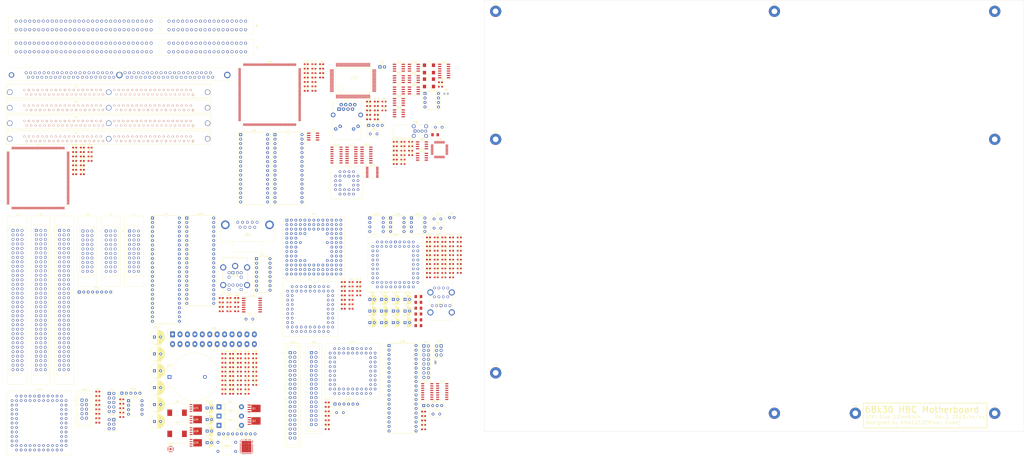
<source format=kicad_pcb>
(kicad_pcb (version 20221018) (generator pcbnew)
  (layers (0 "F.Cu" signal) (1 "In1.Cu" power) (2 "In2.Cu" signal) (3 "In3.Cu" signal) (4 "In4.Cu" power) (31 "B.Cu" signal) (34 "B.Paste" user) (35 "F.Paste" user) (36 "B.SilkS" user "B.Silkscreen") (37 "F.SilkS" user "F.Silkscreen") (38 "B.Mask" user) (39 "F.Mask" user) (44 "Edge.Cuts" user))
  (net 0 "")
  (net 1 "+5V")
  (net 2 "GND")
  (net 3 "+12V")
  (net 4 "+5VP")
  (net 5 "+3.3V")
  (net 6 "-12V")
  (net 7 "-5V")
  (net 8 "PWR_CPURAM")
  (net 9 "GNDA")
  (net 10 "+5VA")
  (net 11 "Net-(U16-XTAL1)")
  (net 12 "Net-(U16-XTAL2)")
  (net 13 "Net-(U17-C1+)")
  (net 14 "Net-(U17-C1-)")
  (net 15 "Net-(U17-C2+)")
  (net 16 "SYS_SCL")
  (net 17 "SYS_SDA")
  (net 18 "SMC_TX")
  (net 19 "SMC_RX")
  (net 20 "Net-(U17-C2-)")
  (net 21 "Net-(U17-VS+)")
  (net 22 "/IO/KBDAT")
  (net 23 "/IO/KBCLK")
  (net 24 "/IO/MSDAT")
  (net 25 "/IO/MSCLK")
  (net 26 "Net-(U17-VS-)")
  (net 27 "Net-(U19-XTAL1)")
  (net 28 "~{ATADACK}")
  (net 29 "~{FDDDACK}")
  (net 30 "~{FDDDRQ}")
  (net 31 "+BATT")
  (net 32 "/Ethernet/LED1")
  (net 33 "/Ethernet/LED0")
  (net 34 "PWOK")
  (net 35 "~{PSON}")
  (net 36 "BUZ")
  (net 37 "HDD_LED")
  (net 38 "PWR_LED")
  (net 39 "~{PERRST}")
  (net 40 "/SMC/SMC_MOSI")
  (net 41 "/SMC/SMC_MISO")
  (net 42 "/SMC/SMC_SCK")
  (net 43 "Net-(U19-XTAL2)")
  (net 44 "Net-(J14-RCT)")
  (net 45 "Net-(J14-TCT)")
  (net 46 "Net-(U20-X1)")
  (net 47 "Net-(U20-X2)")
  (net 48 "Net-(U21-XTAL1{slash}CLK)")
  (net 49 "Net-(U21-XTAL2)")
  (net 50 "Net-(U24A--)")
  (net 51 "Net-(U25A--)")
  (net 52 "Net-(U26-VREFI)")
  (net 53 "/Ethernet/TX+")
  (net 54 "/Ethernet/TX-")
  (net 55 "/Ethernet/RX+")
  (net 56 "~{IACK}")
  (net 57 "~{PEP0IRQ}")
  (net 58 "~{PERR}")
  (net 59 "~{PEP1IRQ}")
  (net 60 "~{PEP2IRQ}")
  (net 61 "~{FDDIRQ}")
  (net 62 "Net-(U24A-+)")
  (net 63 "Net-(U26-VREF)")
  (net 64 "Net-(U26-XTAL1I)")
  (net 65 "Net-(U24B-+)")
  (net 66 "Net-(U26-XTAL1O)")
  (net 67 "~{PWR_SW}")
  (net 68 "Net-(U26-XTAL2I)")
  (net 69 "Net-(U25B--)")
  (net 70 "~{RST_SW}")
  (net 71 "/Ethernet/RX-")
  (net 72 "/Ethernet/LED2")
  (net 73 "CPUCLK")
  (net 74 "Net-(U24B--)")
  (net 75 "Net-(U26-XTAL2O)")
  (net 76 "A0")
  (net 77 "A30")
  (net 78 "A28")
  (net 79 "A26")
  (net 80 "A24")
  (net 81 "A23")
  (net 82 "A21")
  (net 83 "A19")
  (net 84 "A17")
  (net 85 "A15")
  (net 86 "A13")
  (net 87 "A10")
  (net 88 "A31")
  (net 89 "A29")
  (net 90 "A27")
  (net 91 "A25")
  (net 92 "A22")
  (net 93 "A20")
  (net 94 "A16")
  (net 95 "A14")
  (net 96 "A12")
  (net 97 "A8")
  (net 98 "A7")
  (net 99 "A1")
  (net 100 "A18")
  (net 101 "A11")
  (net 102 "A9")
  (net 103 "A5")
  (net 104 "A4")
  (net 105 "A6")
  (net 106 "A3")
  (net 107 "A2")
  (net 108 "D5")
  (net 109 "D1")
  (net 110 "D0")
  (net 111 "D30")
  (net 112 "D10")
  (net 113 "D7")
  (net 114 "D4")
  (net 115 "D2")
  (net 116 "D29")
  (net 117 "D27")
  (net 118 "D24")
  (net 119 "D22")
  (net 120 "D20")
  (net 121 "D17")
  (net 122 "D14")
  (net 123 "D12")
  (net 124 "D9")
  (net 125 "D6")
  (net 126 "D3")
  (net 127 "D31")
  (net 128 "D28")
  (net 129 "D26")
  (net 130 "D25")
  (net 131 "D23")
  (net 132 "D21")
  (net 133 "D19")
  (net 134 "D18")
  (net 135 "D16")
  (net 136 "D15")
  (net 137 "D13")
  (net 138 "D11")
  (net 139 "D8")
  (net 140 "~{BR}")
  (net 141 "~{BG}")
  (net 142 "FC1")
  (net 143 "~{BGACK}")
  (net 144 "FC2")
  (net 145 "FC0")
  (net 146 "~{DSACK0}")
  (net 147 "~{STERM}")
  (net 148 "~{DSACK1}")
  (net 149 "~{BERR}")
  (net 150 "~{CBACK}")
  (net 151 "~{AS}")
  (net 152 "~{CBREQ}")
  (net 153 "~{DS}")
  (net 154 "SIZ1")
  (net 155 "SIZ0")
  (net 156 "R{slash}~{W}")
  (net 157 "FPUCLK")
  (net 158 "Net-(U27A--)")
  (net 159 "Net-(C111-Pad1)")
  (net 160 "Net-(C111-Pad2)")
  (net 161 "Net-(U26-LFILT)")
  (net 162 "Net-(U26-RFILT)")
  (net 163 "Net-(C115-Pad1)")
  (net 164 "Net-(U27B--)")
  (net 165 "Net-(J18-VBUS)")
  (net 166 "Net-(D1-A)")
  (net 167 "/CPU_FPU/~{FPUPRES}")
  (net 168 "~{RST_FPU}")
  (net 170 "~{CS_FPU}")
  (net 171 "~{CS_NVRAM}")
  (net 172 "/FWMEM/SYS_MISO")
  (net 174 "/FWMEM/SYS_MOSI")
  (net 175 "/FWMEM/SYS_SCK")
  (net 177 "VARCLK")
  (net 181 "8MCLK")
  (net 183 "ISACLK0")
  (net 184 "ISACLK1")
  (net 187 "REFCLK")
  (net 188 "ISAOSC0")
  (net 189 "ISAOSC1")
  (net 193 "10MCLK")
  (net 195 "PEPCLK0")
  (net 197 "PEPCLK1")
  (net 200 "PEPCLK2")
  (net 202 "70MCLK")
  (net 203 "GNDPWR")
  (net 204 "SBCCLK")
  (net 205 "CLK_70M")
  (net 206 "/Audio/PINKTIP")
  (net 207 "/Audio/PINKRING")
  (net 208 "/Audio/LIMETIP")
  (net 209 "/Audio/LIMERING")
  (net 210 "/Audio/BLUETIP")
  (net 211 "/Audio/BLUERING")
  (net 212 "/Audio/VD34")
  (net 213 "/Audio/RLINE")
  (net 214 "/Audio/RMIC")
  (net 215 "/Audio/LMIC")
  (net 216 "/Audio/LLINE")
  (net 217 "/Audio/LAUX2")
  (net 218 "/Audio/LAUX1")
  (net 219 "/Audio/LOUT")
  (net 220 "/Audio/ROUT")
  (net 221 "/Audio/RAUX1")
  (net 222 "/Audio/RAUX2")
  (net 223 "/Audio/MIN")
  (net 224 "/Audio/MOUT")
  (net 225 "ATADRQ")
  (net 226 "ATAIRQ")
  (net 227 "CDCCLK")
  (net 229 "/USB/X1")
  (net 230 "/USB/X2")
  (net 231 "Net-(L6-Pad1)")
  (net 233 "~{P0PRES}")
  (net 234 "~{P1PRES}")
  (net 235 "~{P2PRES}")
  (net 236 "~{STOP}")
  (net 237 "~{INIT}")
  (net 238 "ISA_A19")
  (net 239 "ISA_A18")
  (net 240 "ISA_A17")
  (net 241 "ISA_A16")
  (net 242 "~{MRDY}")
  (net 243 "~{CRDY}")
  (net 244 "~{P0EN}")
  (net 245 "ISA_D7")
  (net 246 "ISA_D6")
  (net 247 "ISA_D5")
  (net 248 "ISA_D4")
  (net 249 "ISA_D3")
  (net 250 "ISA_D2")
  (net 251 "ISA_D1")
  (net 252 "ISA_D0")
  (net 253 "ISA_D15")
  (net 254 "ISA_D14")
  (net 255 "ISA_D13")
  (net 256 "ISA_D12")
  (net 257 "ISA_D11")
  (net 258 "ISA_D10")
  (net 259 "ISA_D9")
  (net 260 "ISA_D8")
  (net 261 "~{RST_PEP}")
  (net 262 "/PEP/SYS_SDA")
  (net 263 "/PEP/SYS_SCL")
  (net 264 "ISA_A15")
  (net 265 "Net-(C101-Pad1)")
  (net 266 "ISA_A14")
  (net 267 "ISA_A13")
  (net 268 "ISA_A12")
  (net 269 "ISA_A11")
  (net 270 "ISA_A10")
  (net 271 "ISA_A9")
  (net 272 "ISA_A8")
  (net 273 "ISA_A7")
  (net 274 "ISA_A6")
  (net 275 "ISA_A5")
  (net 276 "Net-(D2-A)")
  (net 277 "ISA_A4")
  (net 278 "ISA_A3")
  (net 279 "ISA_A2")
  (net 280 "ISA_A1")
  (net 281 "~{P0CERR}")
  (net 282 "PARITY")
  (net 283 "~{P1EN}")
  (net 284 "~{P1CERR}")
  (net 285 "~{P2EN}")
  (net 286 "~{P2CERR}")
  (net 287 "~{RST_ISA}")
  (net 288 "ISA_IRQ2")
  (net 289 "~{ISA_NOWS}")
  (net 290 "~{ISA_SMEMW}")
  (net 291 "~{ISA_SMEMR}")
  (net 292 "~{ISA_IOW}")
  (net 293 "~{ISA_IOR}")
  (net 294 "ISA_IRQ7")
  (net 295 "ISA_IRQ6")
  (net 296 "ISA_IRQ5")
  (net 297 "ISA_IRQ4")
  (net 298 "ISA_IRQ3")
  (net 299 "ISA_ALE")
  (net 300 "~{ISA_IOCHCK}")
  (net 301 "ISA_IORDY")
  (net 302 "ISA_AEN")
  (net 303 "ISA_A0")
  (net 304 "~{ISA_MEMCS16}")
  (net 305 "~{ISA_IOCS16}")
  (net 306 "ISA_IRQ10")
  (net 307 "ISA_IRQ11")
  (net 308 "ISA_IRQ12")
  (net 309 "ISA_IRQ15")
  (net 310 "ISA_IRQ14")
  (net 311 "ISA_SBHE")
  (net 312 "ISA_LA23")
  (net 313 "ISA_LA22")
  (net 314 "ISA_LA21")
  (net 315 "ISA_LA20")
  (net 316 "ISA_LA19")
  (net 317 "ISA_LA18")
  (net 318 "ISA_LA17")
  (net 319 "Net-(J10-Pin_2)")
  (net 322 "~{ISA_MEMW}")
  (net 323 "~{ISA_MEMR}")
  (net 334 "~{RST_SMC}")
  (net 336 "Net-(U17-T1OUT)")
  (net 337 "Net-(U17-R1IN)")
  (net 347 "Net-(J14-LEDY_A)")
  (net 348 "Net-(J14-LEDG_A)")
  (net 354 "~{CS_ATA0}")
  (net 355 "~{CS_ATA1}")
  (net 356 "Net-(J15-~{LED})")
  (net 357 "Net-(J16-~{REDWC})")
  (net 359 "Net-(J16-NC{slash}DRATE)")
  (net 360 "Net-(J16-~{INDEX})")
  (net 361 "Net-(J16-~{MEA})")
  (net 362 "Net-(J16-~{DSB})")
  (net 363 "Net-(J16-~{DSA})")
  (net 364 "Net-(J16-~{MEB})")
  (net 365 "Net-(J16-~{DIR})")
  (net 366 "Net-(J16-~{STEP})")
  (net 367 "Net-(J16-~{WR})")
  (net 368 "Net-(J16-~{FWE})")
  (net 369 "Net-(J16-~{TRK00})")
  (net 370 "Net-(J16-~{WPT})")
  (net 371 "Net-(J16-~{RD})")
  (net 372 "Net-(J16-~{SIDE1})")
  (net 373 "Net-(J16-~{DSKCHG})")
  (net 374 "Net-(J18-D-)")
  (net 375 "Net-(J18-D+)")
  (net 376 "Net-(U34-SENSE3+)")
  (net 377 "Net-(U34-SENSE2+)")
  (net 378 "Net-(U34-SENSE1+)")
  (net 380 "SMC_MISO")
  (net 381 "Net-(J20-Pin_2)")
  (net 382 "SMC_SCK")
  (net 383 "SMC_MOSI")
  (net 384 "~{SMC_RST}")
  (net 385 "Net-(L5-Pad1)")
  (net 386 "Net-(L8-Pad1)")
  (net 387 "Net-(U37-SW0)")
  (net 388 "Net-(U37-SW1)")
  (net 389 "Net-(L9-Pad2)")
  (net 390 "Net-(U16-PC3)")
  (net 391 "Net-(U20-IOCS16B)")
  (net 392 "Net-(U25A-+)")
  (net 393 "Net-(U25B-+)")
  (net 394 "Net-(U28-DATA-)")
  (net 395 "Net-(R31-Pad2)")
  (net 396 "Net-(U28-DATA+)")
  (net 397 "Net-(R32-Pad2)")
  (net 398 "Net-(U30-~{FAULT})")
  (net 399 "Net-(U30-ISET)")
  (net 400 "RTCCLK")
  (net 401 "/Power/VDD33")
  (net 402 "/Power/~{ALERT}")
  (net 403 "/Power/~{FAULT0}")
  (net 404 "/Power/~{FAULT1}")
  (net 405 "/Power/PGOOD0")
  (net 406 "/Power/PGOOD1")
  (net 407 "/Power/SHARE_CLK")
  (net 408 "/Power/RUN0")
  (net 409 "/Power/RUN1")
  (net 410 "PWR_FPGA")
  (net 411 "Net-(J21-Pin_6)")
  (net 412 "Net-(RN6-R2)")
  (net 413 "Net-(RN6-R3)")
  (net 414 "Net-(J21-Pin_1)")
  (net 415 "/CDC/SDQ0")
  (net 416 "/CDC/SDQ16")
  (net 417 "/CDC/SDQ1")
  (net 418 "/CDC/SDQ17")
  (net 419 "/CDC/SDQ2")
  (net 420 "/CDC/SDQ18")
  (net 421 "/CDC/SDQ3")
  (net 422 "/CDC/SDQ19")
  (net 424 "/CDC/SA0")
  (net 425 "/CDC/SA1")
  (net 426 "/CDC/SA2")
  (net 427 "/CDC/SA3")
  (net 428 "/CDC/SA4")
  (net 429 "/CDC/SA5")
  (net 430 "/CDC/SA6")
  (net 431 "/CDC/SA10")
  (net 432 "/CDC/SDQ4")
  (net 433 "/CDC/SDQ20")
  (net 434 "/CDC/SDQ5")
  (net 435 "/CDC/SDQ21")
  (net 436 "/CDC/SDQ6")
  (net 437 "/CDC/SDQ22")
  (net 438 "/CDC/SDQ7")
  (net 439 "/CDC/SDQ23")
  (net 440 "/CDC/SA7")
  (net 441 "/CDC/SA11")
  (net 442 "/CDC/SA8")
  (net 443 "/CDC/SA9")
  (net 444 "/CDC/~{MMRAS1}")
  (net 445 "/CDC/~{MMRAS0}")
  (net 450 "/CDC/~{MMCAS0}")
  (net 451 "/CDC/~{MMCAS2}")
  (net 452 "/CDC/~{MMCAS3}")
  (net 453 "/CDC/~{MMCAS1}")
  (net 455 "/CDC/~{MMWE}")
  (net 457 "/CDC/SDQ8")
  (net 458 "/CDC/SDQ24")
  (net 459 "/CDC/SDQ9")
  (net 460 "/CDC/SDQ25")
  (net 461 "/CDC/SDQ10")
  (net 462 "/CDC/SDQ26")
  (net 463 "/CDC/SDQ11")
  (net 464 "/CDC/SDQ27")
  (net 465 "/CDC/SDQ12")
  (net 466 "/CDC/SDQ28")
  (net 467 "/CDC/SDQ29")
  (net 468 "/CDC/SDQ13")
  (net 469 "/CDC/SDQ30")
  (net 470 "/CDC/SDQ14")
  (net 471 "/CDC/SDQ31")
  (net 472 "/CDC/SDQ15")
  (net 474 "/CDC/~{MMAP0}")
  (net 475 "/CDC/~{MMAP1}")
  (net 476 "/CDC/~{MMAP2}")
  (net 477 "/CDC/~{MMAP3}")
  (net 480 "/CDC/~{MMRAS3}")
  (net 481 "/CDC/~{MMRAS2}")
  (net 489 "/CDC/~{MMBP0}")
  (net 490 "/CDC/~{MMBP1}")
  (net 491 "/CDC/~{MMBP2}")
  (net 492 "/CDC/~{MMBP3}")
  (net 495 "/CDC/~{MMRAS5}")
  (net 496 "/CDC/~{MMRAS4}")
  (net 504 "/CDC/~{MMCP0}")
  (net 505 "/CDC/~{MMCP1}")
  (net 506 "/CDC/~{MMCP2}")
  (net 507 "/CDC/~{MMCP3}")
  (net 510 "/CDC/~{MMRAS7}")
  (net 511 "/CDC/~{MMRAS6}")
  (net 519 "/CDC/~{MMDP0}")
  (net 520 "/CDC/~{MMDP1}")
  (net 521 "/CDC/~{MMDP2}")
  (net 522 "/CDC/~{MMDP3}")
  (net 524 "~{RST_CDC}")
  (net 525 "~{CS_CDC}")
  (net 526 "~{CIOUT}")
  (net 528 "/CDC/~{DRQ0}")
  (net 529 "/CDC/~{DACK0}")
  (net 530 "/CDC/PCL0")
  (net 531 "/CDC/~{DRQ1}")
  (net 535 "/CDC/~{DACK1}")
  (net 536 "/CDC/PCL1")
  (net 537 "/CDC/~{DRQ2}")
  (net 538 "/CDC/~{DACK2}")
  (net 539 "/CDC/PCL2")
  (net 540 "/CDC/~{DRQ3}")
  (net 541 "/CDC/~{DACK3}")
  (net 542 "/CDC/PCL3")
  (net 543 "/CDC/~{DRQ4}")
  (net 544 "/CDC/~{DACK4}")
  (net 545 "/CDC/PCL4")
  (net 546 "/CDC/~{DRQ5}")
  (net 547 "/CDC/~{DACK5}")
  (net 548 "/CDC/PCL5")
  (net 554 "/CDC/~{DRQ6}")
  (net 555 "/CDC/~{DACK6}")
  (net 556 "/CDC/PCL6")
  (net 557 "/CDC/~{DRQ7}")
  (net 558 "/CDC/~{DACK7}")
  (net 559 "/CDC/PCL7")
  (net 560 "/CDC/~{DTC}")
  (net 561 "/CDC/~{DONE}")
  (net 562 "~{IRQ_CDC}")
  (net 569 "/CDC/REFRESH")
  (net 570 "Net-(U5B-~{CONFIG})")
  (net 575 "Net-(U5B-~{CEO})")
  (net 586 "Net-(U5B-INIT_DONE)")
  (net 588 "/CDC/CA0")
  (net 592 "/CDC/CA1")
  (net 593 "/CDC/CA2")
  (net 594 "/CDC/CA3")
  (net 595 "/CDC/CA4")
  (net 596 "/CDC/CA5")
  (net 597 "/CDC/CA6")
  (net 598 "/CDC/CA7")
  (net 599 "/CDC/CA8")
  (net 601 "/CDC/CA9")
  (net 602 "/CDC/CA10")
  (net 604 "/CDC/CA11")
  (net 605 "/CDC/CA12")
  (net 606 "/CDC/CA13")
  (net 608 "/CDC/CA14")
  (net 609 "/CDC/CA15")
  (net 612 "/CDC/CA16")
  (net 613 "/CDC/CA17")
  (net 615 "/CDC/CA18")
  (net 616 "/CDC/CA19")
  (net 617 "/CDC/TD0")
  (net 618 "/CDC/TD1")
  (net 620 "/CDC/TD2")
  (net 621 "/CDC/TD3")
  (net 622 "/CDC/TD4")
  (net 629 "Net-(J21-Pin_3)")
  (net 633 "/CDC/TD5")
  (net 634 "/CDC/TD6")
  (net 635 "/CDC/TD7")
  (net 636 "/CDC/TD8")
  (net 637 "/CDC/TD9")
  (net 638 "/CDC/TD10")
  (net 639 "/CDC/TD11")
  (net 640 "/CDC/TD12")
  (net 641 "/CDC/TD13")
  (net 642 "/CDC/TD14")
  (net 643 "/CDC/TD15")
  (net 644 "/CDC/~{CMOE}")
  (net 647 "/CDC/~{CMWE}")
  (net 650 "~{CS_FWM}")
  (net 654 "~{OPB_SYNCREF}")
  (net 655 "~{OPB_DTACK8}")
  (net 656 "~{OPB_DTACK16}")
  (net 657 "~{OPB_CSEN}")
  (net 658 "~{OPB_DS}")
  (net 659 "OPB_R{slash}~{W}")
  (net 663 "/SBC/P_OP0{slash}ISA_A16")
  (net 669 "/SBC/P_OP1{slash}ISA_A17")
  (net 670 "/SBC/P_OP2{slash}ISA_A18")
  (net 671 "/SBC/P_OP3{slash}ISA_A19")
  (net 695 "Net-(U8B-INIT_DONE)")
  (net 696 "ISACLK")
  (net 697 "PEPCLK")
  (net 698 "~{RST_SBC}")
  (net 699 "~{IRQ_SBC}")
  (net 701 "~{SBCDRQ}")
  (net 702 "~{SBCDACK}")
  (net 703 "SBCDCL")
  (net 704 "~{CS_SBC}")
  (net 721 "~{BIACK}")
  (net 731 "~{PEP}")
  (net 732 "~{ISA}")
  (net 733 "~{OPB}")
  (net 749 "/OPB/SYS_SCK")
  (net 750 "/OPB/SYS_MISO")
  (net 751 "/OPB/SYS_MOSI")
  (net 753 "~{IRQ_SPIC}")
  (net 754 "~{CS_SPIC}")
  (net 756 "~{RST_OPB}")
  (net 761 "~{CS_I2CC}")
  (net 762 "~{IRQ_I2CC}")
  (net 763 "I2CC_SCL")
  (net 764 "I2CC_SDA")
  (net 766 "SMC_SDA")
  (net 767 "SMC_SCL")
  (net 769 "/OPB/SYS_SCL")
  (net 770 "/OPB/SYS_SDA")
  (net 772 "/SMC/SYS_SDA")
  (net 773 "/SMC/SYS_SCL")
  (net 774 "~{RST_CPU}")
  (net 775 "~{RST_CKS}")
  (net 776 "CLK_S0")
  (net 777 "CLK_S1")
  (net 778 "CLK_S2")
  (net 783 "~{CLK_LOP}")
  (net 784 "~{CS_SMC}")
  (net 787 "~{IRQ_SMC}")
  (net 794 "Net-(IC4A-SO)")
  (net 795 "Net-(IC4A-SI)")
  (net 796 "Net-(U19-P22)")
  (net 797 "Net-(U19-P23)")
  (net 798 "Net-(U19-P26)")
  (net 799 "Net-(U19-P27)")
  (net 805 "~{CS_8242}")
  (net 818 "~{IRQ_KB}")
  (net 819 "~{IRQ_MS}")
  (net 846 "~{CS_FDC}")
  (net 869 "/ADEC/TDI")
  (net 877 "/ADEC/TMS")
  (net 881 "/ADEC/~{PEXPRES}")
  (net 882 "/ADEC/~{FPUPRES}")
  (net 886 "/ADEC/TCK")
  (net 887 "/ADEC/TDO")
  (net 904 "IRQ_ACODEC")
  (net 906 "~{CS_ACODEC}")
  (net 910 "Net-(U31-XI)")
  (net 911 "24MCLK")
  (net 912 "Net-(U31-CAP)")
  (net 913 "Net-(U32-X1)")
  (net 914 "Net-(U32-X2)")
  (net 915 "2MCLK")
  (net 916 "4MCLK")
  (net 918 "/Power/SYS_SCL")
  (net 919 "/Power/SYS_SDA")
  (net 920 "Net-(U34-ADDRSEL)")
  (net 923 "Net-(U37-TG0)")
  (net 924 "Net-(U37-TG1)")
  (net 925 "Net-(U37-Isense0+)")
  (net 926 "Net-(U37-Isense0-)")
  (net 927 "Net-(Q1-E)")
  (net 928 "Net-(U37-EXTVcc)")
  (net 929 "Net-(U37-Isense1+)")
  (net 930 "Net-(U37-Isense1-)")
  (net 931 "Net-(U37-Ithr0)")
  (net 932 "Net-(U37-Ith0)")
  (net 933 "/Power/SYNC")
  (net 936 "/Power/ASEL0")
  (net 937 "/Power/ASEL1")
  (net 938 "/Power/VOUT_CFG0")
  (net 939 "/Power/VOUT_CFG1")
  (net 940 "/Power/FREQ_CFG")
  (net 941 "/Power/VDD25")
  (net 942 "Net-(U37-Ith1)")
  (net 943 "Net-(U37-Ithr1)")
  (net 944 "Net-(Q2-E)")
  (net 945 "Net-(D3-K)")
  (net 946 "Net-(U37-BG1)")
  (net 947 "Net-(U37-Iin-)")
  (net 948 "Net-(U37-Vin)")
  (net 949 "Net-(U37-BG0)")
  (net 950 "Net-(D2-K)")
  (net 955 "Net-(C104-Pad1)")
  (net 956 "Net-(C105-Pad1)")
  (net 957 "Net-(C106-Pad1)")
  (net 958 "Net-(C107-Pad1)")
  (net 959 "Net-(C107-Pad2)")
  (net 960 "Net-(C110-Pad1)")
  (net 961 "Net-(C112-Pad1)")
  (net 962 "Net-(C113-Pad1)")
  (net 963 "Net-(C122-Pad2)")
  (net 964 "Net-(C123-Pad1)")
  (net 965 "Net-(C123-Pad2)")
  (net 966 "Net-(C127-Pad1)")
  (net 967 "Net-(C127-Pad2)")
  (net 968 "Net-(C129-Pad2)")
  (net 969 "Net-(C136-Pad2)")
  (net 970 "Net-(C137-Pad1)")
  (net 971 "~{RMC}")
  (net 973 "~{AVEC}")
  (net 974 "~{IPEND}")
  (net 975 "~{MMUDIS}")
  (net 976 "~{IPL2}")
  (net 977 "~{IPL1}")
  (net 978 "~{CPUHLT}")
  (net 979 "~{CDIS}")
  (net 980 "~{IPL0}")
  (net 983 "~{CIIN}")
  (net 992 "TIMCLK")
  (net 1006 "~{IRQ_68901}")
  (net 1009 "CLK_4M")
  (net 1010 "~{CS_68901}")
  (net 1015 "/CDC/CD0")
  (net 1016 "/CDC/CD1")
  (net 1017 "/CDC/CD2")
  (net 1018 "/CDC/CD3")
  (net 1019 "/CDC/CD4")
  (net 1020 "/CDC/CD5")
  (net 1021 "/CDC/CD6")
  (net 1022 "/CDC/CD7")
  (net 1023 "/CDC/CD8")
  (net 1024 "/CDC/CD9")
  (net 1025 "/CDC/CD10")
  (net 1026 "/CDC/CD11")
  (net 1027 "/CDC/CD12")
  (net 1028 "/CDC/CD13")
  (net 1029 "/CDC/CD14")
  (net 1030 "/CDC/CD15")
  (net 1031 "/CDC/CD16")
  (net 1032 "/CDC/CD17")
  (net 1033 "/CDC/CD18")
  (net 1034 "/CDC/CD19")
  (net 1035 "/CDC/CD20")
  (net 1036 "/CDC/CD21")
  (net 1037 "/CDC/CD22")
  (net 1038 "/CDC/CD23")
  (net 1039 "/CDC/CD24")
  (net 1040 "/CDC/CD25")
  (net 1041 "/CDC/CD26")
  (net 1042 "/CDC/CD27")
  (net 1043 "/CDC/CD28")
  (net 1044 "/CDC/CD29")
  (net 1045 "/CDC/CD30")
  (net 1046 "/CDC/CD31")
  (net 1053 "~{CS_USBC}")
  (net 1073 "IRQ_USBC")
  (footprint "Battery:BatteryHolder_ComfortableElectronic_CH273-2450_1x2450" (layer "F.Cu") (at -39.77 300.578173)
    (fp_text reference "BT1")
    (fp_text value "Battery_Cell")
  )
  (footprint "Capacitor_SMD:C_0603_1608Metric_Pad1.08x0.95mm_HandSolder" (layer "F.Cu") (at -1.83 255.95)
    (fp_text reference "C65")
    (fp_text value "20p")
  )
  (footprint "Resistor_THT:R_Array_SIP5" (layer "F.Cu") (at -66.68 309.81)
    (fp_text reference "RN6")
    (fp_text value "1k")
  )
  (footprint "Capacitor_SMD:C_0603_1608Metric_Pad1.08x0.95mm_HandSolder" (layer "F.Cu") (at -80.28 308.89)
    (fp_text reference "C83")
    (fp_text value "100n")
  )
  (footprint "Package_QFP:PQFP-240_32.1x32.1mm_P0.5mm" (layer "F.Cu") (at 16.82 140.95)
    (fp_text reference "U8")
    (fp_text value "EPF6016QC240")
  )
  (footprint "Capacitor_THT:CP_Radial_D5.0mm_P2.50mm" (layer "F.Cu") (at -18.480225 337.79)
    (fp_text reference "C152")
    (fp_text value "150u")
  )
  (footprint "Capacitor_SMD:C_0603_1608Metric_Pad1.08x0.95mm_HandSolder" (layer "F.Cu") (at -80.28 311.4)
    (fp_text reference "C84")
    (fp_text value "100n")
  )
  (footprint "Inductor_SMD:L_1206_3216Metric_Pad1.42x1.75mm_HandSolder" (layer "F.Cu") (at 100.83 271.58)
    (fp_text reference "L6")
    (fp_text value "L")
  )
  (footprint "Crystal:Crystal_HC52-6mm_Vertical" (layer "F.Cu") (at 73.67 163.13)
    (fp_text reference "Y3")
    (fp_text value "20M")
  )
  (footprint "Capacitor_SMD:C_0603_1608Metric_Pad1.08x0.95mm_HandSolder" (layer "F.Cu") (at -4.68 292.56)
    (fp_text reference "C162")
    (fp_text value "100n")
  )
  (footprint "Resistor_SMD:R_0603_1608Metric_Pad0.98x0.95mm_HandSolder" (layer "F.Cu") (at -0.33 305.11)
    (fp_text reference "R43")
    (fp_text value "0")
  )
  (footprint "Capacitor_SMD:C_0603_1608Metric_Pad1.08x0.95mm_HandSolder" (layer "F.Cu") (at -1.83 258.46)
    (fp_text reference "C66")
    (fp_text value "100n")
  )
  (footprint "Connector_RJ:RJ45_Amphenol_RJMG1BD3B8K1ANR" (layer "F.Cu") (at 56 149.12)
    (fp_text reference "J14")
    (fp_text value "RJ45_Amphenol_RJMG1BD3B8K1ANR")
  )
  (footprint "Capacitor_SMD:C_0603_1608Metric_Pad1.08x0.95mm_HandSolder" (layer "F.Cu") (at 110.88 236.75)
    (fp_text reference "C117")
    (fp_text value "47p")
  )
  (footprint "Capacitor_SMD:C_0603_1608Metric_Pad1.08x0.95mm_HandSolder" (layer "F.Cu") (at 49.34 320.07)
    (fp_text reference "C79")
    (fp_text value "100n")
  )
  (footprint "Package_DFN_QFN:Linear_UGK52_QFN-46-52" (layer "F.Cu") (at 3.71 339.99)
    (fp_text reference "U37")
    (fp_text value "LTC3886")
  )
  (footprint "Capacitor_THT:CP_Radial_D5.0mm_P2.50mm" (layer "F.Cu") (at 86.699325 256.76)
    (fp_text reference "C107")
    (fp_text value "1u")
  )
  (footprint "Package_DIP:DIP-8_W7.62mm" (layer "F.Cu") (at -62.93 314.06)
    (fp_text reference "U40")
    (fp_text value "AT17LV010A")
  )
  (footprint "LED_THT:LED_D3.0mm" (layer "F.Cu") (at 79.15 125.25)
    (fp_text reference "D1")
    (fp_text value "LED")
  )
  (footprint "Capacitor_SMD:C_0603_1608Metric_Pad1.08x0.95mm_HandSolder" (layer "F.Cu") (at 37.47 123.73)
    (fp_text reference "C36")
    (fp_text value "C")
  )
  (footprint "Capacitor_SMD:C_0603_1608Metric_Pad1.08x0.95mm_HandSolder" (layer "F.Cu") (at 41.82 136.28)
    (fp_text reference "C48")
    (fp_text value "C")
  )
  (footprint "Capacitor_SMD:C_0603_1608Metric_Pad1.08x0.95mm_HandSolder" (layer "F.Cu") (at 62.78 246.95)
    (fp_text reference "C8")
    (fp_text value "100n")
  )
  (footprint "Sockets:ISA_16bit" (layer "F.Cu") (at -126.363 116.683)
    (fp_text reference "J9")
    (fp_text value "Bus_ISA_16bit")
  )
  (footprint "Resistor_SMD:R_0603_1608Metric_Pad0.98x0.95mm_HandSolder" (layer "F.Cu") (at 8.37 300.09)
    (fp_text reference "R61")
    (fp_text value "1.96k")
  )
  (footprint "Resistor_SMD:R_0603_1608Metric_Pad0.98x0.95mm_HandSolder" (layer "F.Cu") (at 103.79 330.24)
    (fp_text reference "R3")
    (fp_text value "330")
  )
  (footprint "Capacitor_SMD:C_0603_1608Metric_Pad1.08x0.95mm_HandSolder" (layer "F.Cu") (at -6.18 263.48)
    (fp_text reference "C64")
    (fp_text value "20p")
  )
  (footprint "Package_SO:TSSOP-20_4.4x6.5mm_P0.65mm" (layer "F.Cu") (at 74.77 184.85)
    (fp_text reference "U10")
    (fp_text value "PCA9564")
  )
  (footprint "Package_SO:SOIC-8_3.9x4.9mm_P1.27mm" (layer "F.Cu") (at 102.87 176.05)
    (fp_text reference "U30")
    (fp_text value "MAX1562ESA+")
  )
  (footprint "Capacitor_SMD:C_0603_1608Metric_Pad1.08x0.95mm_HandSolder" (layer "F.Cu") (at 87.77 175.16)
    (fp_text reference "C134")
    (fp_text value "1u")
  )
  (footprint "Resistor_SMD:R_0603_1608Metric_Pad0.98x0.95mm_HandSolder" (layer "F.Cu") (at 119.58 241.77)
    (fp_text reference "R20")
    (fp_text value "1.5k")
  )
  (footprint "Capacitor_SMD:C_0603_1608Metric_Pad1.08x0.95mm_HandSolder" (layer "F.Cu") (at -93.36 173.4)
    (fp_text reference "C19")
    (fp_text value "C")
  )
  (footprint "Capacitor_SMD:C_0603_1608Metric_Pad1.08x0.95mm_HandSolder" (layer "F.Cu") (at 72.72 154.9)
    (fp_text reference "C71")
    (fp_text value "100n")
  )
  (footprint "Capacitor_SMD:C_0603_1608Metric_Pad1.08x0.95mm_HandSolder" (layer "F.Cu") (at 77.07 154.9)
    (fp_text reference "C76")
    (fp_text value "100n")
  )
  (footprint "Capacitor_SMD:C_0603_1608Metric_Pad1.08x0.95mm_HandSolder" (layer "F.Cu") (at -89.01 185.95)
    (fp_text reference "C31")
    (fp_text value "C")
  )
  (footprint "Resistor_SMD:R_0603_1608Metric_Pad0.98x0.95mm_HandSolder" (layer "F.Cu") (at 96.47 167.63)
    (fp_text reference "R35")
    (fp_text value "1M")
  )
  (footprint "Capacitor_SMD:C_0603_1608Metric_Pad1.08x0.95mm_HandSolder" (layer "F.Cu") (at 103.79 322.71)
    (fp_text reference "C55")
    (fp_text value "22p")
  )
  (footprint "Capacitor_SMD:C_0603_1608Metric_Pad1.08x0.95mm_HandSolder" (layer "F.Cu") (at 77.07 147.37)
    (fp_text reference "C73")
    (fp_text value "100n")
  )
  (footprint "Diode_THT:D_5W_P12.70mm_Horizontal" (layer "F.Cu") (at -11.79 327.99)
    (fp_text reference "D4")
    (fp_text value "D")
  )
  (footprint "Capacitor_THT:CP_Radial_D5.0mm_P2.50mm" (layer "F.Cu") (at -18.480225 331.24)
    (fp_text reference "C151")
    (fp_text value "150u")
  )
  (footprint "Capacitor_SMD:C_0603_1608Metric_Pad1.08x0.95mm_HandSolder" (layer "F.Cu") (at -89.01 180.93)
    (fp_text reference "C29")
    (fp_text value "C")
  )
  (footprint "Resistor_SMD:R_0603_1608Metric_Pad0.98x0.95mm_HandSolder" (layer "F.Cu") (at 115.23 241.77)
    (fp_text reference "R10")
    (fp_text value "2")
  )
  (footprint "Resistor_SMD:R_0603_1608Metric_Pad0.98x0.95mm_HandSolder" (layer "F.Cu") (at 96.47 172.65)
    (fp_text reference "R37")
    (fp_text value "100k")
  )
  (footprint "Capacitor_SMD:C_0603_1608Metric_Pad1.08x0.95mm_HandSolder" (layer "F.Cu") (at 106.53 221.69)
    (fp_text reference "C91")
    (fp_text value "1.2n")
  )
  (footprint "Capacitor_SMD:C_0603_1608Metric_Pad1.08x0.95mm_HandSolder" (layer "F.Cu") (at 67.13 251.97)
    (fp_text reference "C17")
    (fp_text value "100n")
  )
  (footprint "5822030-4:58220304" (layer "F.Cu") (at -120.775 128.555)
    (fp_text reference "J1")
    (fp_text value "SIMM80_Cache" hide)
  )
  (footprint "Capacitor_THT:CP_Radial_D5.0mm_P2.50mm" (layer "F.Cu") (at 93.3391 263.31)
    (fp_text reference "C123")
    (fp_text value "10u")
  )
  (footprint "Capacitor_THT:CP_Radial_D8.0mm_P3.50mm" (layer "F.Cu") (at -48.285302 306.66)
    (fp_text reference "C150")
    (fp_text value "47u")
  )
  (footprint "Capacitor_SMD:C_0603_1608Metric_Pad1.08x0.95mm_HandSolder" (layer "F.Cu") (at -9.03 302.6)
    (fp_text reference "C154")
    (fp_text value "22u")
  )
  (footprint "Crystal:Crystal_HC52-6mm_Vertical" (layer "F.Cu") (at 109.68 216.46)
    (fp_text reference "Y6")
    (fp_text value "16.9344M")
  )
  (footprint "Capacitor_SMD:C_0603_1608Metric_Pad1.08x0.95mm_HandSolder" (layer "F.Cu") (at -4.68 290.05)
    (fp_text reference "C159")
    (fp_text value "1u")
  )
  (footprint "Capacitor_SMD:C_0603_1608Metric_Pad1.08x0.95mm_HandSolder" (layer "F.Cu") (at -80.28 323.95)
    (fp_text reference "C89")
    (fp_text value "100n")
  )
  (footprint "MountingHole:MountingHole_3.2mm_M3_Pad" (layer "F.Cu") (at 426.44 166.2)
    (fp_text reference "H5")
    (fp_text value "M3_MH_Pad")
  )
  (footprint "Connector_DIN:DIN41612_C_3x32_Female_Vertical_THT" (layer "F.Cu") (at -101.855 217.74)
    (fp_text reference "J7")
    (fp_text value "PEP_Data_DIN41612_3x32")
  )
  (footprint "Capacitor_THT:CP_Radial_D8.0mm_P3.50mm" (layer "F.Cu") (at -48.285302 278.01)
    (fp_text reference "C147")
    (fp_text value "470u")
  )
  (footprint "Capacitor_SMD:C_0603_1608Metric_Pad1.08x0.95mm_HandSolder" (layer "F.Cu") (at 115.23 226.71)
    (fp_text reference "C124")
    (fp_text value "1.8n")
  )
  (footprint "Resistor_SMD:R_0603_1608Metric_Pad0.98x0.95mm_HandSolder" (layer "F.Cu") (at -1.83 260.97)
    (fp_text reference "R4")
    (fp_text value "10k")
  )
  (footprint "Capacitor_THT:CP_Radial_D8.0mm_P3.50mm" (layer "F.Cu") (at -48.285302 287.56)
    (fp_text reference "C148")
    (fp_text value "47u")
  )
  (footprint "Resistor_SMD:R_0603_1608Metric_Pad0.98x0.95mm_HandSolder" (layer "F.Cu") (at 123.93 224.2)
    (fp_text reference "R23")
    (fp_text value "18k")
  )
  (footprint "Connector_DIN:DIN41612_C3_3x10_Female_Vertical_THT" (layer "F.Cu") (at -62.365 218.05)
    (fp_text reference "J4")
    (fp_text value "PEP_Power_DIN41612_3x10")
  )
  (footprint "Resistor_SMD:R_0603_1608Metric_Pad0.98x0.95mm_HandSolder" (layer "F.Cu") (at -1.83 263.48)
    (fp_text reference "R5")
    (fp_text value "10k")
  )
  (footprint "Capacitor_SMD:C_0603_1608Metric_Pad1.08x0.95mm_HandSolder" (layer "F.Cu") (at 77.07 144.86)
    (fp_text reference "C72")
    (fp_text value "100n")
  )
  (footprint "Capacitor_THT:CP_Radial_D8.0mm_P3.50mm" (layer "F.Cu") (at -48.285302 316.21)
    (fp_text reference "C160")
    (fp_text value "470u")
  )
  (footprint "Package_QFP:PQFP-240_32.1x32.1mm_P0.5mm" (layer "F.Cu") (at -114.01 188.11)
    (fp_text reference "U5")
    (fp_text value "EPF6016QC240")
  )
  (footprint "Package_SO:SOIC-8_3.9x4.9mm_P1.27mm" (layer "F.Cu") (at 89.82 145.05)
    (fp_text reference "IC8")
    (fp_text value "551MLFT")
  )
  (footprint "Capacitor_SMD:C_0603_1608Metric_Pad1.08x0.95mm_HandSolder" (layer "F.Cu") (at -84.66 175.91)
    (fp_text reference "C34")
    (fp_text value "C")
  )
  (footprint "Capacitor_SMD:C_0603_1608Metric_Pad1.08x0.95mm_HandSolder" (layer "F.Cu") (at -84.66 173.4)
    (fp_text reference "C33")
    (fp_text value "C")
  )
  (footprint "Package_DIP:DIP-32_W15.24mm_Socket" (layer "F.Cu") (at 0.42 163.55)
    (fp_text reference "U6")
    (fp_text value "SST39SF040")
  )
  (footprint "RJK0651DPB-00:LFPAK_REN" (layer "F.Cu") (at -24.905 331.2715)
    (fp_text reference "U38")
    (fp_text value "0653")
  )
  (footprint "Capacitor_SMD:C_0603_1608Metric_Pad1.08x0.95mm_HandSolder" (layer "F.Cu") (at -9.03 305.11)
    (fp_text reference "C155")
    (fp_text value "22u")
  )
  (footprint "Connector_DIN:DIN41612_C3_3x10_Female_Vertical_THT" (layer "F.Cu") (at -75.53 218.05)
    (fp_text reference "J3")
    (fp_text value "PEP_Power_DIN41612_3x10")
  )
  (footprint "Package_SO:SOIC-8_3.9x4.9mm_P1.27mm" (layer "F.Cu") (at 89.82 125.7)
    (fp_text reference "IC5")
    (fp_text value "551MLFT")
  )
  (footprint "Capacitor_SMD:C_0603_1608Metric_Pad1.08x0.95mm_HandSolder" (layer "F.Cu") (at 41.82 128.75)
    (fp_text reference "C45")
    (fp_text value "C")
  )
  (footprint "Resistor_SMD:R_0603_1608Metric_Pad0.98x0.95mm_HandSolder" (layer "F.Cu") (at 4.02 307.62)
    (fp_text reference "R54")
    (fp_text value "20k")
  )
  (footprint "Package_SO:SOIC-16_3.9x9.9mm_P1.27mm" (layer "F.Cu") (at 71.47 175.1)
    (fp_text reference "U13")
    (fp_text value "74LS137")
  )
  (footprint "Capacitor_SMD:C_0603_1608Metric_Pad1.08x0.95mm_HandSolder" (layer "F.Cu") (at 115.23 239.26)
    (fp_text reference "C130")
    (fp_text value "100n")
  )
  (footprint "Resistor_SMD:R_0603_1608Metric_Pad0.98x0.95mm_HandSolder" (layer "F.Cu") (at 4.02 305.11)
    (fp_text reference "R53")
    (fp_text value "20k")
  )
  (footprint "Resistor_SMD:R_0603_1608Metric_Pad0.98x0.95mm_HandSolder" (layer "F.Cu") (at 81.42 149.88)
    (fp_text reference "R8")
    (fp_text value "27k")
  )
  (footprint "Capacitor_SMD:C_0603_1608Metric_Pad1.08x0.95mm_HandSolder" (layer "F.Cu") (at -0.33 287.54)
    (fp_text reference "C170")
    (fp_text value "1u")
  )
  (footprint "Capacitor_SMD:C_0603_1608Metric_Pad1.08x0.95mm_HandSolder" (layer "F.Cu") (at 72.72 152.39)
    (fp_text reference "C70")
    (fp_text value "22p")
  )
  (footprint "Capacitor_SMD:C_0603_1608Metric_Pad1.08x0.95mm_HandSolder" (layer "F.Cu") (at -80.28 318.93)
    (fp_text reference "C87")
    (fp_text value "100n")
  )
  (footprint "Capacitor_SMD:C_0603_1608Metric_Pad1.08x0.95mm_HandSolder" (layer "F.Cu") (at -9.03 307.62)
    (fp_text reference "C156")
    (fp_text value "22u")
  )
  (footprint "Capacitor_SMD:C_0603_1608Metric_Pad1.08x0.95mm_HandSolder" (layer "F.Cu") (at 49.34 325.09)
    (fp_text reference "C81")
    (fp_text value "10p")
  )
  (footprint "Capacitor_SMD:C_0603_1608Metric_Pad1.08x0.95mm_HandSolder" (layer "F.Cu") (at -9.03 290.05)
    (fp_text reference "C143")
    (fp_text value "22u")
  )
  (footprint "Capacitor_SMD:C_0603_1608Metric_Pad1.08x0.95mm_HandSolder" (layer "F.Cu") (at 106.53 241.77)
    (fp_text reference "C104")
    (fp_text value "1u")
  )
  (footprint "Capacitor_SMD:C_0603_1608Metric_Pad1.08x0.95mm_HandSolder" (layer "F.Cu") (at 62.78 259.5)
    (fp_text reference "C13")
    (fp_text value "100n")
  )
  (footprint "Resistor_SMD:R_0603_1608Metric_Pad0.98x0.95mm_HandSolder" (layer "F.Cu") (at 4.02 302.6)
    (fp_text reference "R52")
    (fp_text value "4.7")
  )
  (footprint "Capacitor_SMD:C_0603_1608Metric_Pad1.08x0.95mm_HandSolder" (layer "F.Cu") (at 62.78 262.01)
    (fp_text reference "C14")
    (fp_text value "100n")
  )
  (footprint "Capacitor_SMD:C_0603_1608Metric_Pad1.08x0.95mm_HandSolder" (layer "F.Cu") (at 67.13 249.46)
    (fp_text reference "C16")
    (fp_text value "100n")
  )
  (footprint "Capacitor_SMD:C_0603_1608Metric_Pad1.08x0.95mm_HandSolder" (layer "F.Cu") (at 77.07 152.39)
    (fp_text reference "C75")
    (fp_text value "100n")
  )
  (footprint "Resistor_SMD:R_0603_1608Metric_Pad0.98x0.95mm_HandSolder" (layer "F.Cu") (at 123.93 239.26)
    (fp_text reference "R29")
    (fp_text value "8.2k")
  )
  (footprint "Connector_IDC:IDC-Header_2x17_P2.54mm_Vertical" (layer "F.Cu") (at 40.425 286.87)
    (fp_text reference "J16")
    (fp_text value "IDC_FDD")
  )
  (footprint "MountingHole:MountingHole_3.2mm_M3_Pad" (layer "F.Cu") (at 301.98 321.14)
    (fp_text reference "H7")
    (fp_text value "M3_MH_Pad")
  )
  (footprint "Resistor_THT:R_Array_SIP4" (layer "F.Cu") (at 72.77 158.33)
    (fp_text reference "RN3")
    (fp_text value "330")
  )
  (footprint "Sockets:ISA_16bit" (layer "F.Cu") (at -126.363 104.235)
    (fp_text reference "J8")
    (fp_text value "Bus_ISA_16bit")
  )
  (footprint "Resistor_SMD:R_0603_1608Metric_Pad0.98x0.95mm_HandSolder" (layer "F.Cu") (at 119.58 234.24)
    (fp_text reference "R17")
    (fp_text value "47k")
  )
  (footprint "Capacitor_SMD:C_0603_1608Metric_Pad1.08x0.95mm_HandSolder" (layer "F.Cu") (at 41.82 133.77)
    (fp_text reference "C47")
    (fp_text value "C")
  )
  (footprint "Resistor_SMD:R_0603_1608Metric_Pad0.98x0.95mm_HandSolder" (layer "F.Cu") (at 4.02 310.13)
    (fp_text reference "R55")
    (fp_text value "24.9k")
  )
  (footprint "Resistor_SMD:R_0603_1608Metric_Pad0.98x0.95mm_HandSolder" (layer "F.Cu") (at 123.93 234.24)
    (fp_text reference "R27")
    (fp_text value "75")
  )
  (footprint "Resistor_SMD:R_0603_1608Metric_Pad0.98x0.95mm_HandSolder" (layer "F.Cu") (at 123.93 229.22)
    (fp_text reference "R25")
    (fp_text value "8.2k")
  )
  (footprint "Resistor_SMD:R_0603_1608Metric_Pad0.98x0.95mm_HandSolder" (layer "F.Cu") (at -0.33 302.6)
    (fp_text reference "R42")
    (fp_text value "R")
  )
  (footprint "Capacitor_SMD:C_0603_1608Metric_Pad1.08x0.95mm_HandSolder" (layer "F.Cu") (at 92.12 167.63)
    (fp_text reference "C137")
    (fp_text value "22p")
  )
  (footprint "Resistor_SMD:R_0603_1608Metric_Pad0.98x0.95mm_HandSolder" (layer "F.Cu") (at -0.33 300.09)
    (fp_text reference "R41")
    (fp_text value "R")
  )
  (footprint "Inductor_THT:L_Axial_L5.0mm_D3.6mm_P10.00mm_Horizontal_Murata_BL01RN1A2A2" (layer "F.Cu") (at -12.39 342.69)
    (fp_text reference "FB3")
    (fp_text value "FerriteBead")
  )
  (footprint "Capacitor_SMD:C_0603_1608Metric_Pad1.08x0.95mm_HandSolder" (layer "F.Cu") (at -10.53 260.97)
    (fp_text reference "C59")
    (fp_text value "1u")
  )
  (footprint "Capacitor_SMD:C_0603_1608Metric_Pad1.08x0.95mm_HandSolder" (layer "F.Cu") (at 110.88 226.71)
    (fp_text reference "C112")
    (fp_text value "1u")
  )
  (footprint "RJK0651DPB-00:LFPAK_REN" (layer "F.Cu") (at -24.905 324.7089)
    (fp_text reference "U36")
    (fp_text value "0651")
  )
  (footprint "Capacitor_SMD:C_0603_1608Metric_Pad1.08x0.95mm_HandSolder" (layer "F.Cu") (at -6.18 260.97)
    (fp_text reference "C63")
    (fp_text value "100n")
  )
  (footprint "Inductor_SMD:L_10.4x10.4_H4.8" (layer "F.Cu") (at -35.49 332.79)
    (fp_text reference "L9")
    (fp_text value "4.7u")
  )
  (footprint "Resistor_SMD:R_0603_1608Metric_Pad0.98x0.95mm_HandSolder" (layer "F.Cu") (at 92.12 177.67)
    (fp_text reference "R33")
    (fp_text value "15k")
  )
  (footprint "Resistor_SMD:R_0603_1608Metric_Pad0.98x0.95mm_HandSolder" (layer "F.Cu") (at 8.37 292.56)
    (fp_text reference "R58")
    (fp_text value "17.8k")
  )
  (footprint "Capacitor_SMD:C_0603_1608Metric_Pad1.08x0.95mm_HandSolder" (layer "F.Cu") (at 87.77 167.63)
    (fp_text reference "C131")
    (fp_text value "100n")
  )
  (footprint "Connector_DIN:DIN41612_C_3x32_Female_Vertical_THT" (layer "F.Cu") (at -115.02 217.74)
    (fp_text reference "J6")
    (fp_text value "PEP_Data_DIN41612_3x32")
  )
  (footprint "Capacitor_SMD:C_0603_1608Metric_Pad1.08x0.95mm_HandSolder" (layer "F.Cu") (at -80.28 313.91)
    (fp_text reference "C85")
    (fp_text value "100n")
  )
  (footprint "Package_DIP:DIP-48_W15.24mm_Socket" (layer "F.Cu") (at -49.43 210.71)
    (fp_text reference "IC4")
    (fp_text value "MC68901P")
  )
  (footprint "Capacitor_SMD:C_0603_1608Metric_Pad1.08x0.95mm_HandSolder" (layer "F.Cu") (at 49.34 322.58)
    (fp_text reference "C80")
    (fp_text value "100n")
  )
  (footprint "Capacitor_SMD:C_0603_1608Metric_Pad1.08x0.95mm_HandSolder" (layer "F.Cu") (at -0.33 295.07)
    (fp_text reference "C173")
    (fp_text value "4.7u")
  )
  (footprint "Capacitor_SMD:C_0603_1608Metric_Pad1.08x0.95mm_HandSolder" (layer "F.Cu") (at 37.47 128.75)
    (fp_text reference "C38")
    (fp_text value "C")
  )
  (footprint "Package_LCC:PLCC-28_THT-Socket" (layer "F.Cu") (at 61.64 187.04)
    (fp_text reference "U9")
    (fp_text value "TP3465V")
  )
  (footprint "Capacitor_SMD:C_0603_1608Metric_Pad1.08x0.95mm_HandSolder" (layer "F.Cu") (at -6.18 255.95)
    (fp_text reference "C61")
    (fp_text value "1u")
  )
  (footprint "Capacitor_SMD:C_0603_1608Metric_Pad1.08x0.95mm_HandSolder" (layer "F.Cu") (at -9.03 297.58)
    (fp_text reference "C146")
    (fp_text value "22u")
  )
  (footprint "Capacitor_SMD:C_0603_1608Metric_Pad1.08x0.95mm_HandSolder" (layer "F.Cu") (at 72.72 147.37)
    (fp_text reference "C68")
    (fp_text value "10n")
  )
  (footprint "Resistor_SMD:R_0603_1608Metric_Pad0.98x0.95mm_HandSolder" (layer "F.Cu") (at 4.02 287.54)
    (fp_text reference "R46")
    (fp_text value "4m")
  )
  (footprint "Capacitor_SMD:C_0603_1608Metric_Pad1.08x0.95mm_HandSolder" (layer "F.Cu") (at -9.03 310.13)
    (fp_text reference "C157")
    (fp_text value "10u")
  )
  (footprint "Crystal:Crystal_HC52-6mm_Vertical" (layer "F.Cu") (at 54.64 320.77)
    (fp_text reference "Y4")
    (fp_text value "24M")
  )
  (footprint "Resistor_SMD:R_0603_1608Metric_Pad0.98x0.95mm_HandSolder" (layer "F.Cu") (at 119.58 231.73)
    (fp_text reference "R16")
    (fp_text value "5.1k")
  )
  (footprint "Capacitor_SMD:C_0603_1608Metric_Pad1.08x0.95mm_HandSolder" (layer "F.Cu") (at 58.43 251.97)
    (fp_text reference "C3")
    (fp_text value "100n")
  )
  (footprint "Capacitor_SMD:C_0603_1608Metric_Pad1.08x0.95mm_HandSolder" (layer "F.Cu") (at 115.23 236.75)
    (fp_text reference "C129")
    (fp_text value "47p")
  )
  (footprint "Inductor_SMD:L_10.4x10.4_H4.8" (layer "F.Cu") (at -35.49 320.84)
    (fp_text reference "L8")
    (fp_text value "4.7u")
  )
  (footprint "Capacitor_SMD:C_0603_1608Metric_Pad1.08x0.95mm_HandSolder" (layer "F.Cu") (at 87.77 180.18)
    (fp_text reference "C136")
    (fp_text value "10p")
  )
  (footprint "Capacitor_SMD:C_0603_1608Metric_Pad1.08x0.95mm_HandSolder" (layer "F.Cu") (at 106.53 224.2)
    (fp_text reference "C92")
    (fp_text value "47p")
  )
  (footprint "Capacitor_SMD:C_0603_1608Metric_Pad1.08x0.95mm_HandSolder" (layer "F.Cu") (at 46.17 131.26)
    (fp_text reference "C53")
    (fp_text value "C")
  )
  (footprint "KMDGX6SGPS4N:KMDGX6SGPS4N" (layer "F.Cu") (at -3.98 241.645)
    (fp_text reference "J13")
    (fp_text value "KMDGX-6SG_P-S4N" hide)
  )
  (footprint "MountingHole:MountingHole_3.2mm_M3_Pad" (layer "F.Cu") (at 347.7 321.14)
    (fp_text reference "H8")
    (fp_text value "M3_MH_Pad")
  )
  (footprint "Capacitor_SMD:C_0603_1608Metric_Pad1.08x0.95mm_HandSolder" (layer "F.Cu") (at -4.68 295.07)
    (fp_text reference "C163")
    (fp_text value "100n")
  )
  (footprint "Inductor_SMD:L_1206_3216Metric_Pad1.42x1.75mm_HandSolder" (layer "F.Cu") (at 100.83 255.13)
    (fp_text reference "L1")
    (fp_text value "L")
  )
  (footprint "Resistor_SMD:R_0603_1608Metric_Pad0.98x0.95mm_HandSolder" (layer "F.Cu") (at 81.42 147.37)
    (fp_text reference "R7")
    (fp_text value "1M")
  )
  (footprint "Capacitor_SMD:C_0603_1608Metric_Pad1.08x0.95mm_HandSolder" (layer "F.Cu") (at 110.88 231.73)
    (fp_text reference "C114")
    (fp_text value "33p")
  )
  (footprint "Resistor_THT:R_Array_SIP6" (layer "F.Cu") (at 53.74 315.97)
    (fp_text reference "RN4")
    (fp_text value "1k")
  )
  (footprint "Capacitor_SMD:C_0603_1608Metric_Pad1.08x0.95mm_HandSolder" (layer "F.Cu") (at 46.17 128.75)
    (fp_text reference "C52")
    (fp_text value "C")
  )
  (footprint "Connector_PinHeader_1.00mm:PinHeader_1x02_P1.00mm_Vertical" (layer "F.Cu") (at 110.49 291.97)
    (fp_text reference "TP1")
    (fp_text value "TestPoint_2Pole")
  )
  (footprint "MountingHole:MountingHole_3.2mm_M3_Pad" (layer "F.Cu") (at 301.98 93.81)
    (fp_text reference "H2")
    (fp_text value "M3_MH_Pad")
  )
  (footprint "Capacitor_SMD:C_0603_1608Metric_Pad1.08x0.95mm_HandSolder" (layer "F.Cu") (at -89.01 183.44)
    (fp_text reference "C30")
    (fp_text value "C")
  )
  (footprint "Capacitor_SMD:C_0603_1608Metric_Pad1.08x0.95mm_HandSolder" (layer "F.Cu") (at -9.03 295.07)
    (fp_text reference "C145")
    (fp_text value "22u")
  )
  (footprint "Capacitor_SMD:C_0603_1608Metric_Pad1.08x0.95mm_HandSolder" (layer "F.Cu") (at 103.79 320.2)
    (fp_text reference "C54")
    (fp_text value "100n")
  )
  (footprint "Capacitor_SMD:C_0603_1608Metric_Pad1.08x0.95mm_HandSolder" (layer "F.Cu") (at -4.68 307.62)
    (fp_text reference "C168")
    (fp_text value "2.2u")
  )
  (footprint "Package_SO:SOIC-8_3.9x4.9mm_P1.27mm" (layer "F.Cu") (at 41.37 164.65)
    (fp_text reference "IC3")
    (fp_text value "23LCV1024-I_SN")
  )
  (footprint "Package_SO:SO-16_3.9x9.9mm_P1.27mm" (layer "F.Cu") (at 54.57 175.1)
    (fp_text reference "U11")
    (fp_text value "PCA9541D")
  )
  (footprint "Inductor_SMD:L_1206_3216Metric_Pad1.42x1.75mm_HandSolder" (layer "F.Cu") (at 100.83 258.42)
    (fp_text reference "L2")
    (fp_text value "L")
  )
  (footprint "Package_LCC:PLCC-68_THT-Socket" (layer "F.Cu") (at 63.69 284.57)
    (fp_text reference "U21")
    (fp_text value "PC8477BV")
  )
  (footprint "Resistor_SMD:R_0603_1608Metric_Pad0.98x0.95mm_HandSolder" (layer "F.Cu") (at 81.42 144.86)
    (fp_text reference "R6")
    (fp_text value "200")
  )
  (footprint "Capacitor_SMD:C_0603_1608Metric_Pad1.08x0.95mm_HandSolder" (layer "F.Cu") (at -89.01 178.42)
    (fp_text reference "C28")
    (fp_text value "C")
  )
  (footprint "Resistor_SMD:R_0603_1608Metric_Pad0.98x0.95mm_HandSolder" (layer "F.Cu") (at 67.13 254.48)
    (fp_text reference "R1")
    (fp_text value "10k")
  )
  (footprint "Capacitor_SMD:C_0603_1608Metric_Pad1.08x0.95mm_HandSolder" (layer "F.Cu") (at 103.79 325.22)
    (fp_text reference "C56")
    (fp_text value "22p")
  )
  (footprint "Sockets:SIM72" (layer "F.Cu") (at -74.125 139.575)
    (fp_text reference "U1")
    (fp_text value "SIMM72 Slot A")
  )
  (footprint "Resistor_SMD:R_0603_1608Metric_Pad0.98x0.95mm_HandSolder" (layer "F.Cu") (at -66.73 315.75)
    (fp_text reference "R64")
    (fp_text value "10k")
  )
  (footprint "Package_SO:SOIC-8_3.9x4.9mm_P1.27mm" (layer "F.Cu") (at 98.27 125.7)
    (fp_text reference "IC10")
    (fp_text value "551MLFT")
  )
  (footprint "Resistor_SMD:R_0603_1608Metric_Pad0.98x0.95mm_HandSolder" (layer "F.Cu") (at 103.79 327.73)
    (fp_text reference "R2")
    (fp_text value "10k")
  )
  (footprint "Inductor_THT:L_Axial_L5.0mm_D3.6mm_P10.00mm_Horizontal_Murata_BL01RN1A2A2" (layer "F.Cu") (at -12.39 337.54)
    (fp_text reference "FB2")
    (fp_text value "FerriteBead")
  )
  (footprint "Capacitor_SMD:C_0603_1608Metric_Pad1.08x0.95mm_HandSolder" (layer "F.Cu") (at 87.77 172.65)
    (fp_text reference "C133")
    (fp_text value "100n")
  )
  (footprint "Capacitor_SMD:C_0603_1608Metric_Pad1.08x0.95mm_HandSolder" (layer "F.Cu") (at -93.36 183.44)
    (fp_text reference "C23")
    (fp_text value "C")
  )
  (footprint "Resistor_SMD:R_0603_1608Metric_Pad0.98x0.95mm_HandSolder" (layer "F.Cu") (at -0.33 297.58)
    (fp_text reference "R40")
    (fp_text value "R")
  )
  (footprint "Capacitor_THT:CP_Radial_D5.0mm_P2.50mm" (layer "F.Cu") (at -18.480225 318.14)
    (fp_text reference "C141")
    (fp_text value "150u")
  )
  (footprint "Capacitor_SMD:C_0603_1608Metric_Pad1.08x0.95mm_HandSolder" (layer "F.Cu") (at 115.23 221.69)
    (fp_text reference "C121")
    (fp_text value "100n")
  )
  (footprint "Crystal:Crystal_HC52-6mm_Vertical" (layer "F.Cu") (at 3.47 267.87)
    (fp_text reference "Y2")
    (fp_text value "8M")
  )
  (footprint "Capacitor_SMD:C_0603_1608Metric_Pad1.08x0.95mm_HandSolder" (layer "F.Cu") (at -10.53 255.95)
    (fp_text reference "C57")
    (fp_text value "100n")
  )
  (footprint "Resistor_SMD:R_0603_1608Metric_Pad0.98x0.95mm_HandSolder" (layer "F.Cu") (at -66.73 320.77)
    (fp_text reference "R66")
    (fp_text value "1k")
  )
  (footprint "Diode_THT:D_5W_P12.70mm_Horizontal" (layer "F.Cu") (at -11.79 322.74)
    (fp_text reference "D3")
    (fp_text value "D")
  )
  (footprint "Capacitor_SMD:C_0603_1608Metric_Pad1.08x0.95mm_HandSolder" (layer "F.Cu") (at -80.28 316.42)
    (fp_text reference "C86")
    (fp_text value "100n")
  )
  (footprint "Package_SO:SOIC-16_3.9x9.9mm_P1.27mm" (layer "F.Cu") (at 63.02 175.1)
    (fp_text reference "U12")
    (fp_text value "74LS137")
  )
  (footprint "MountingHole:MountingHole_3.2mm_M3_Pad" (layer "F.Cu") (at 426.44 93.81)
    (fp_text reference "H3")
    (fp_text value "M3_MH_Pad")
  )
  (footprint "Resistor_SMD:R_0603_1608Metric_Pad0.98x0.95mm_HandSolder" (layer "F.Cu") (at 123.93 221.69)
    (fp_text reference "R22")
    (fp_text value "11k")
  )
  (footprint "Oscillator:Oscillator_SMD_SeikoEpson_SG8002CA-4Pin_7.0x5.0mm" (layer "F.Cu") (at 106.82 134.25)
    (fp_text reference "X2")
    (fp_text value "70M")
  )
  (footprint "Connector_PinHeader_2.54mm:PinHeader_2x08_P2.54mm_Vertical" (layer "F.Cu") (at 103.94 283.07)
    (fp_text reference "J11")
    (fp_text value "Conn_02x08_Odd_Even")
  )
  (footprint "Resistor_SMD:R_0603_1608Metric_Pad0.98x0.95mm_HandSolder" (layer "F.Cu") (at -0.33 310.13)
    (fp_text reference "R45")
    (fp_text value "5m")
  )
  (footprint "Capacitor_THT:CP_Radial_D5.0mm_P2.50mm" (layer "F.Cu") (at -18.480225 324.69)
    (fp_text reference "C142")
    (fp_text value "150u")
  )
  (footprint "Capacitor_SMD:C_0603_1608Metric_Pad1.08x0.95mm_HandSolder" (layer "F.Cu") (at -84.66 170.89)
    (fp_text reference "C32")
    (fp_text value "C")
  )
  (footprint "Crystal:Crystal_Round_D2.0mm_Vertical" (layer "F.Cu") (at 115.52 140.4)
    (fp_text reference "Y8")
    (fp_text value "32.768k")
  )
  (footprint "Capacitor_SMD:C_0603_1608Metric_Pad1.08x0.95mm_HandSolder" (layer "F.Cu") (at 58.43 256.99)
    (fp_text reference "C5")
    (fp_text value "100n")
  )
  (footprint "Resistor_SMD:R_0603_1608Metric_Pad0.98x0.95mm_HandSolder" (layer "F.Cu") (at 119.58 224.2)
    (fp_text reference "R13")
    (fp_text value "22k")
  )
  (footprint "Resistor_THT:R_Array_SIP9" (layer "F.Cu") (at -11.74 332.79)
    (fp_text reference "RN5")
    (fp_text value "10k")
  )
  (footprint "Capacitor_SMD:C_0603_1608Metric_Pad1.08x0.95mm_HandSolder" (layer "F.Cu") (at 110.88 241.77)
    (fp_text reference "C119")
    (fp_text value "100n")
  )
  (footprint "Crystal:Crystal_HC52-6mm_Vertical" (layer "F.Cu") (at 110.45 159.35)
    (fp_text reference "Y7")
    (fp_text value "48M")
  )
  (footprint "Capacitor_SMD:C_0603_1608Metric_Pad1.08x0.95mm_HandSolder" (layer "F.Cu") (at 67.13 246.95)
    (fp_text reference "C15")
    (fp_text value "100n")
  )
  (footprint "Connector_DIN:DIN41612_C3_3x10_Female_Vertical_THT" (layer "F.Cu") (at -88.695 218.05)
    (fp_text reference "J2")
    (fp_text value "PEP_Power_DIN41612_3x10")
  )
  (footprint "Resistor_SMD:R_0603_1608Metric_Pad0.98x0.95mm_HandSolder" (layer "F.Cu") (at 4.02 295.07)
    (fp_text reference "R49")
    (fp_text value "30")
  )
  (footprint "Package_LCC:PLCC-68_THT-Socket" (layer "F.Cu") (at 87.83 224.26)
    (fp_text reference "U26")
    (fp_text value "CS4231A")
  )
  (footprint "Package_DIP:DIP-8_W7.62mm_Socket" (layer "F.Cu") (at 85.13 210.71)
    (fp_text reference "U25")
    (fp_text value "MC33078")
  )
  (footprint "Capacitor_SMD:C_0603_1608Metric_Pad1.08x0.95mm_HandSolder" (layer "F.Cu") (at 58.43 246.95)
    (fp_text reference "C1")
    (fp_text value "100n")
  )
  (footprint "Inductor_SMD:L_1206_3216Metric_Pad1.42x1.75mm_HandSolder" (layer "F.Cu") (at 100.83 261.71)
    (fp_text reference "L3")
    (fp_text value "L")
  )
  (footprint "Capacitor_THT:CP_Radial_D5.0mm_P2.50mm" (layer "F.Cu") (at 73.419775 256.76)
    (fp_text reference "C95")
    (fp_text value "1u")
  )
  (footprint "Resistor_SMD:R_0603_1608Metric_Pad0.98x0.95mm_HandSolder" (layer "F.Cu") (at 8.37 290.05)
    (fp_text reference "R57")
    (fp_text value "30.1k")
  )
  (footprint "Capacitor_SMD:C_0603_1608Metric_Pad1.08x0.95mm_HandSolder" (layer "F.Cu") (at -6.18 258.46)
    (fp_text reference "C62")
    (fp_text value "1u")
  )
  (footprint "Package_LCC:PLCC-84_THT-Socket" (layer "F.Cu") (at -113.46 311.42)
    (fp_text reference "U23")
    (fp_text value "EPM7128SLC84 / PIC_ADD")
  )
  (footprint "Resistor_SMD:R_0603_1608Metric_Pad0.98x0.95mm_HandSolder" (layer "F.Cu") (at 123.93 231.73)
    (fp_text reference "R26")
    (fp_text value "75")
  )
  (footprint "Capacitor_SMD:C_0603_1608Metric_Pad1.08x0.95mm_HandSolder" (layer "F.Cu") (at -10.53 263.48)
    (fp_text reference "C60")
    (fp_text value "1u")
  )
  (footprint "Resistor_SMD:R_0603_1608Metric_Pad0.98x0.95mm_HandSolder" (layer "F.Cu") (at 8.37 297.58)
    (fp_text reference "R60")
    (fp_text value "11.3k")
  )
  (footprint "Capacitor_SMD:C_0603_1608Metric_Pad1.08x0.95mm_HandSolder" (layer "F.Cu") (at 106.53 236.75)
    (fp_text reference "C99")
    (fp_text value "100n")
  )
  (footprint "Package_DIP:DIP-8_W7.62mm_Socket" (layer "F.Cu") (at 104.57 140.3)
    (fp_text reference "U32")
    (fp_text value "DS1307+")
  )
  (footprint "Capacitor_SMD:C_0603_1608Metric_Pad1.08x0.95mm_HandSolder" (layer "F.Cu") (at 106.53 226.71)
    (fp_text reference "C93")
    (fp_text value "100n")
  )
  (footprint "57478404:57478404" (layer "F.Cu") (at -1.23 213.135)
    (fp_text reference "J12")
    (fp_text value "5747840-4" hide)
  )
  (footprint "Package_SO:SOIC-8_3.9x4.9mm_P1.27mm" (layer "F.Cu") (at 102.87 169.6)
    (fp_text reference "U29")
    (fp_text value "USB6B1")
  )
  (footprint "Capacitor_SMD:C_0603_1608Metric_Pad1.08x0.95mm_HandSolder" (layer "F.Cu") (at -4.68 300.09)
    (fp_text reference "C165")
    (fp_text value "1u")
  )
  (footprint "Capacitor_THT:CP_Radial_D5.0mm_P2.50mm" (layer "F.Cu") (at 93.3391 256.76)
    (fp_text reference "C115")
    (fp_text value "10u")
  )
  (footprint "Resistor_SMD:R_0603_1608Metric_Pad0.98x0.95mm_HandSolder" (layer "F.Cu") (at 119.58 239.26)
    (fp_text reference "R19")
    (fp_text value "47k")
  )
  (footprint "Resistor_SMD:R_0603_1608Metric_Pad0.98x0.95mm_HandSolder" (layer "F.Cu") (at -66.73 323.28)
    (fp_text reference "R67")
    (fp_text value "1k")
  )
  (footprint "Resistor_SMD:R_0603_1608Metric_Pad0.98x0.95mm_HandSolder" (layer "F.Cu") (at 4.02 297.58)
    (fp_text reference "R50")
    (fp_text value "30")
  )
  (footprint "Capacitor_SMD:C_0603_1608Metric_Pad1.08x0.95mm_HandSolder" (layer "F.Cu") (at 77.07 149.88)
    (fp_text reference "C74")
    (fp_text value "100n")
  )
  (footprint "MountingHole:MountingHole_3.2mm_M3_Pad" (layer "F.Cu") (at 426.44 321.14)
    (fp_text reference "H9")
    (fp_text value "M3_MH_Pad")
  )
  (footprint "Resistor_SMD:R_0603_1608Metric_Pad0.98x0.95mm_HandSolder" (layer "F.Cu") (at 49.34 330.11)
    (fp_text reference "R9")
    (fp_text value "330")
  )
  (footprint "Inductor_SMD:L_1206_3216Metric_Pad1.42x1.75mm_HandSolder" (layer "F.Cu") (at 110.3 163.62)
    (fp_text reference "L7")
    (fp_text value "2.2u")
  )
  (footprint "Capacitor_SMD:C_0603_1608Metric_Pad1.08x0.95mm_HandSolder" (layer "F.Cu") (at 37.47 131.26)
    (fp_text reference "C39")
    (fp_text value "C")
  )
  (footprint "Capacitor_SMD:C_0603_1608Metric_Pad1.08x0.95mm_HandSolder" (layer "F.Cu") (at 115.23 224.2)
    (fp_text reference "C122")
    (fp_text value "47p")
  )
  (footprint "Capacitor_SMD:C_0603_1608Metric_Pad1.08x0.95mm_HandSolder" (layer "F.Cu") (at 106.53 244.28)
    (fp_text reference "C105")
    (fp_text value "1u")
  )
  (footprint "Capacitor_SMD:C_0603_1608Metric_Pad1.08x0.95mm_HandSolder" (layer "F.Cu") (at 41.82 126.24)
    (fp_text reference "C44")
    (fp_text value "C")
  )
  (footprint "Capacitor_SMD:C_0603_1608Metric_Pad1.08x0.95mm_HandSolder" (layer "F.Cu") (at 49.34 317.56)
    (fp_text reference "C78")
    (fp_text value "100n")
  )
  (footprint "Resistor_SMD:R_0603_1608Metric_Pad0.98x0.95mm_HandSolder" (layer "F.Cu") (at 119.58 244.28)
    (fp_text reference "R21")
    (fp_text value "22k")
  )
  (footprint "Capacitor_SMD:C_0603_1608Metric_Pad1.08x0.95mm_HandSolder" (layer "F.Cu") (at -93.36 180.93)
    (fp_text reference "C22")
    (fp_text value "C")
  )
  (footprint "Resistor_SMD:R_0603_1608Metric_Pad0.98x0.95mm_HandSolder" (layer "F.Cu") (at 96.47 170.14)
    (fp_text reference "R36")
    (fp_text value "100")
  )
  (footprint "Capacitor_SMD:C_0603_1608Metric_Pad1.08x0.95mm_HandSolder" (layer "F.Cu") (at 110.88 229.22)
    (fp_text reference "C113")
    (fp_text value "1u")
  )
  (footprint "Resistor_SMD:R_0603_1608Metric_Pad0.98x0.95mm_HandSolder" (layer "F.Cu") (at 113.32 136.45)
    (fp_text reference "R39")
    (fp_text value "10k")
  )
  (footprint "Resistor_SMD:R_0603_1608Metric_Pad0.98x0.95mm_HandSolder" (layer "F.Cu") (at 8.37 287.54)
    (fp_text reference "R56")
    (fp_text value "30.1k")
  )
  (footprint "Resistor_SMD:R_0603_1608Metric_Pad0.98x0.95mm_HandSolder" (layer "F.Cu") (at 92.12 175.16)
    (fp_text reference "R32")
    (fp_text value "24")
  )
  (footprint "Capacitor_SMD:C_0603_1608Metric_Pad1.08x0.95mm_HandSolder" (layer "F.Cu") (at 58.43 249.46)
    (fp_text reference "C2")
    (fp_text value "100n")
  )
  (footprint "Package_DIP:DIP-8_W7.62mm_Socket" (layer "F.Cu") (at 96.88 210.71)
    (fp_text reference "U27")
    (fp_text value "NE5532")
  )
  (footprint "Capacitor_SMD:C_0603_1608Metric_Pad1.08x0.95mm_HandSolder" (layer "F.Cu") (at 110.88 224.2)
    (fp_text reference "C109")
    (fp_text value "33p")
  )
  (footprint "Capacitor_SMD:C_0603_1608Metric_Pad1.08x0.95mm_HandSolder" (layer "F.Cu") (at 72.72 144.86)
    (fp_text reference "C67")
    (fp_text value "10n")
  )
  (footprint "Package_SO:SOIC-8_3.9x4.9mm_P1.27mm" (layer "F.Cu") (at 89.82 138.6)
    (fp_text reference "IC7")
    (fp_text value "551MLFT")
  )
  (footprint "Capacitor_SMD:C_0603_1608Metric_Pad1.08x0.95mm_HandSolder" (layer "F.Cu") (at -66.73 313.24)
    (fp_text reference "C174")
    (fp_text value "100n")
  )
  (footprint "Package_SO:SOIC-14W_7.5x9mm_P1.27mm" (layer "F.Cu") (at 6.8 259.97)
    (fp_text reference "U18")
    (fp_text value "74LS06")
  )
  (footprint "Capacitor_THT:CP_Radial_D5.0mm_P2.50mm" (layer "F.Cu") (at 73.419775 269.86)
    (fp_text reference "C100")
    (fp_text value "1u")
  )
  (footprint "Crystal:Crystal_HC52-6mm_Vertical" (layer "F.Cu") (at 109.68 211.21)
    (fp_text reference "Y5")
    (fp_text value "24.576M")
  )
  (footprint "RTL8019AS:RTL8019AS" (layer "F.Cu") (at 63.91 133.04)
    (fp_text reference "U20")
    (fp_text value "RTL8019AS")
  )
  (footprint "Package_DFN_QFN:VQFN-16-1EP_3x3mm_P0.5mm_EP1.1x1.1mm" (layer "F.Cu") (at -39.14 341.39)
    (fp_text reference "U34")
    (fp_text value "PAC1953x-x4MX")
  )
  (footprint "Capacitor_SMD:C_0603_1608Metric_Pad1.08x0.95mm_HandSolder" (layer "F.Cu") (at 106.53 231.73)
    (fp_text reference "C97")
    (fp_text value "100n")
  )
  (footprint "Inductor_SMD:L_1206_3216Metric_Pad1.42x1.75mm_HandSolder" (layer "F.Cu") (at 100.83 265)
    (fp_text reference "L4")
    (fp_text value "L")
  )
  (footprint "MountingHole:MountingHole_3.2mm_M3_Pad" (layer "F.Cu") (at 144.5 298.28)
    (fp_text reference "H6")
    (fp_text value "M3_MH_Pad")
  )
  (footprint "Capacitor_SMD:C_0603_1608Metric_Pad1.08x0.95mm_HandSolder" (layer "F.Cu") (at -89.01 173.4)
    (fp_text reference "C26")
    (fp_text value "C")
  )
  (footprint "Capacitor_THT:CP_Radial_D5.0mm_P2.50mm" (layer "F.Cu") (at 86.699325 263.31)
    (fp_text reference "C110")
    (fp_text value "1u")
  )
  (footprint "Resistor_THT:R_Array_SIP8" (layer "F.Cu") (at -90.77 252.56)
    (fp_text reference "RN1")
    (fp_text value "10k")
  )
  (footprint "Capacitor_SMD:C_0603_1608Metric_Pad1.08x0.95mm_HandSolder" (layer "F.Cu") (at -4.68 305.11)
    (fp_text reference "C167")
    (fp_text value "10n")
  )
  (footprint "Resistor_SMD:R_0603_1608Metric_Pad0.98x0.95mm_HandSolder" (layer "F.Cu") (at 4.02 290.05)
    (fp_text reference "R47")
    (fp_text value "4m")
  )
  (footprint "Capacitor_SMD:C_0603_1608Metric_Pad1.08x0.95mm_HandSolder" (layer "F.Cu") (at 37.47 126.24)
    (fp_text reference "C37")
    (fp_text value "C")
  )
  (footprint "Capacitor_SMD:C_0603_1608Metric_Pad1.08x0.95mm_HandSolder" (layer "F.Cu") (at -0.33 292.56)
    (fp_text reference "C172")
    (fp_text value "220p")
  )
  (footprint "Capacitor_SMD:C_0603_1608Metric_Pad1.08x0.95mm_HandSolder" (layer "F.Cu") (at -4.68 310.13)
    (fp_text reference "C169")
    (fp_text value "220p")
  )
  (footprint "Capacitor_SMD:C_0603_1608Metric_Pad1.08x0.95mm_HandSolder" (layer "F.Cu") (at 72.72 149.88)
    (fp_text reference "C69")
    (fp_text value "22p")
  )
  (footprint "m68k-hbc-ic:PGA128" (layer "F.Cu") (at 41.764 227.144)
    (fp_text reference "IC2")
    (fp_text value "MC68030RC")
  )
  (footprint "RJK0651DPB-00:LFPAK_REN" (layer "F.Cu") (at -24.905 337.8341)
    (fp_text reference "U39")
    (fp_text value "0653")
  )
  (footprint "Capacitor_SMD:C_0603_1608Metric_Pad1.08x0.95mm_HandSolder" (layer "F.Cu") (at 41.82 123.73)
    (fp_text reference "C43")
    (fp_text value "C")
  )
  (footprint "Capacitor_SMD:C_0603_1608Metric_Pad1.08x0.95mm_HandSolder" (layer "F.Cu") (at 46.17 123.73)
    (fp_text reference "C50")
    (fp_text value "C")
  )
  (footprint "Inductor_THT:L_Axial_L5.3mm_D2.2mm_P2.54mm_Vertical_Vishay_IM-1" (layer "F.Cu") (at 118.48 210.46)
    (fp_text reference "FB1")
    (fp_text value "FerriteBead")
  )
  (footprint "Connector_IDC:IDC-Header_2x20_P2.54mm_Vertical" (layer "F.Cu") (at 28.445 286.87)
    (fp_text reference "J15")
    (fp_text value "IDC_PATA")
  )
  (footprint "Package_SO:SOIC-8_3.9x4.9mm_P1.27mm" (layer "F.Cu") (at 89.82 151.5)
    (fp_text reference "IC9")
    (fp_text value "501MLFT")
  )
  (footprint "Capacitor_SMD:C_0603_1608Metric_Pad1.08x0.95mm_HandSolder" (layer "F.Cu") (at 62.78 256.99)
    (fp_text reference "C12")
    (fp_text value "100n")
  )
  (footprint "Resistor_SMD:R_0603_1608Metric_Pad0.98x0.95mm_HandSolder" (layer "F.Cu") (at 119.58 229.22)
    (fp_text reference "R15")
    (fp_text value "47k")
  )
  (footprint "Capacitor_SMD:C_0603_1608Metric_Pad1.08x0.95mm_HandSolder" (layer "F.Cu") (at -4.68 287.54)
    (fp_text reference "C158")
    (fp_text value "100n")
  )
  (footprint "Resistor_THT:R_Array_SIP5" (layer "F.Cu") (at 103.84 316.77)
    (fp_text reference "RN2")
    (fp_text value "10k")
  )
  (footprint "Capacitor_SMD:C_0603_1608Metric_Pad1.08x0.95mm_HandSolder" (layer "F.Cu") (at 87.77 170.14)
    (fp_text reference "C132")
    (fp_text value "100n")
  )
  (footprint "Resistor_SMD:R_0603_1608Metric_Pad0.98x0.95mm_HandSolder" (layer "F.Cu") (at 8.37 302.6)
    (fp_text reference "R62")
    (fp_text value "1.96k")
  )
  (footprint "Package_DIP:DIP-8_W7.62mm_Socket" (layer "F.Cu") (at 73.38 210.71)
    (fp_text reference "U24")
    (fp_text value "MC33078")
  )
  (footprint "Resistor_SMD:R_0603_1608Metric_Pad0.98x0.95mm_HandSolder" (layer "F.Cu") (at -0.33 307.62)
    (fp_text reference "R44")
    (fp_text value "2")
  )
  (footprint "Resistor_SMD:R_0603_1608Metric_Pad0.98x0.95mm_HandSolder" (layer "F.Cu") (at 4.02 300.09)
    (fp_text reference "R51")
    (fp_text value "30")
  )
  (footprint "Capacitor_SMD:C_0603_1608Metric_Pad1.08x0.95mm_HandSolder" (layer "F.Cu") (at 62.78 249.46)
    (fp_text reference "C9")
    (fp_text value "100n")
  )
  (footprint "Resistor_SMD:R_0603_1608Metric_Pad0.98x0.95mm_HandSolder" (layer "F.Cu") (at 119.58 236.75)
    (fp_text reference "R18")
    (fp_text value "5.1k")
  )
  (footprint "Connector_PinHeader_2.54mm:PinHeader_2x05_P2.54mm_Vertical" (layer "F.Cu") (at -73.78 309.96)
    (fp_text reference "J21")
    (fp_text value "ISP_FPGA")
  )
  (footprint "Capacitor_SMD:C_0603_1608Metric_Pad1.08x0.95mm_HandSolder" (layer "F.Cu") (at 106.53 229.22)
    (fp_text reference "C94")
    (fp_text value "100n")
  )
  (footprint "Capacitor_SMD:C_0603_1608Metric_Pad1.08x0.95mm_HandSolder" (layer "F.Cu") (at -80.28 321.44)
    (fp_text reference "C88")
    (fp_text value "100n")
  )
  (footprint "Diode_THT:D_5W_P12.70mm_Horizontal" (layer "F.Cu") (at -11.79 317.49)
    (fp_text reference "D2")
    (fp_text value "D")
  )
  (footprint "Capacitor_SMD:C_0603_1608Metric_Pad1.08x0.95mm_HandSolder" (layer "F.Cu") (at -4.68 302.6)
    (fp_text reference "C166")
    (fp_text value "10n")
  )
  (footprint "Capacitor_SMD:C_0603_1608Metric_Pad1.08x0.95mm_HandSolder" (layer "F.Cu") (at 41.82 138.79)
    (fp_text reference "C49")
    (fp_text value "C")
  )
  (footprint "Crystal:Crystal_HC52-6mm_Vertical" (layer "F.Cu") (at 109.09 321.57)
    (fp_text reference "Y1")
    (fp_text value "16M")
  )
  (footprint "Sockets:SIM72" (layer "F.Cu") (at -74.125 157.115)
    (fp_text reference "U3")
    (fp_text value "SIMM72 Slot C")
  )
  (footprint "Package_SO:SO-16_3.9x9.9mm_P1.27mm" (layer "F.Cu") (at 114.29 308.87)
    (fp_text reference "U15")
    (fp_text value "CLKC")
  )
  (footprint "Package_QFP:TQFP-48_7x7mm_P0.5mm" (layer "F.Cu") (at 112.77 172.05)
    (fp_text reference "U28")
    (fp_text value "SL811HST-AXC")
  )
  (footprint "Resistor_SMD:R_0603_1608Metric_Pad0.98x0.95mm_HandSolder" (layer "F.Cu") (at 123.93 236.75)
    (fp_text reference "R28")
    (fp_text value "680")
  )
  (footprint "Capacitor_SMD:C_0603_1608Metric_Pad1.08x0.95mm_HandSolder" (layer "F.Cu") (at -89.01 170.89)
    (fp_text reference "C25")
    (fp_text value "C")
  )
  (footprint "Oscillator:Oscillator_SMD_SeikoEpson_SG8002CA-4Pin_7.0x5.0mm" (layer "F.Cu") (at 106.82 126.4)
    (fp_text reference "X1")
    (fp_text value "14.31818M")
  )
  (footprint "Package_LCC:PLCC-68_THT-Socket" (layer "F.Cu") (at 39.73 249.52)
    (fp_text reference "IC1")
    (fp_text value "MC68881FN")
  )
  (footprint "Capacitor_SMD:C_0603_1608Metric_Pad1.08x0.95mm_HandSolder" (layer "F.Cu") (at 58.43 262.01)
    (fp_text reference "C7")
    (fp_text value "100n")
  )
  (footprint "Package_SO:SOIC-8_3.9x4.9mm_P1.27mm" (layer "F.Cu") (at 98.27 132.15)
    (fp_text reference "IC11")
    (fp_text value "551MLFT")
  )
  (footprint "RJK0651DPB-00:LFPAK_REN-M" (layer "F.Cu") (at 8.03 325.4709)
    (fp_text reference "Q2")
    (fp_text value "Q")
  )
  (footprint "Capacitor_SMD:C_0603_1608Metric_Pad1.08x0.95mm_HandSolder" (layer "F.Cu") (at 46.17 126.24)
    (fp_text reference "C51")
    (fp_text value "C")
  )
  (footprint "Connector_PinSocket_2.54mm:PinSocket_2x03_P2.54mm_Vertical" (layer "F.Cu") (at 113.68 283.07)
    (fp_text reference "J10")
    (fp_text value "ICSP_SMC")
  )
  (footprint "Capacitor_SMD:C_0603_1608Metric_Pad1.08x0.95mm_HandSolder" (layer "F.Cu") (at 92.12 170.14)
    (fp_text reference "C138")
    (fp_text value "22p")
  )
  (footprint "MountingHole:MountingHole_3.2mm_M3_Pad" (layer "F.Cu") (at 144.5 93.81)
    (fp_text reference "H1")
    (fp_text value "M3_MH_Pad")
  )
  (footprint "Capacitor_SMD:C_0603_1608Metric_Pad1.08x0.95mm_HandSolder" (layer "F.Cu") (at -0.33 290.05)
    (fp_text reference "C171")
    (fp_text value "1u")
  )
  (footprint "Package_DIP:DIP-32_W15.24mm_Socket" (layer "F.Cu") (at 19.82 163.55)
    (fp_text reference "U7")
    (fp_text value "SST39SF040")
  )
  (footprint "Capacitor_THT:CP_Radial_D5.0mm_P2.50mm" (layer "F.Cu") (at 73.419775 263.31)
    (fp_text reference "C96")
    (fp_text value "1u")
  )
  (footprint "Capacitor_SMD:C_0603_1608Metric_Pad1.08x0.95mm_HandSolder" (layer "F.Cu") (at 37.47 133.77)
    (fp_text reference "C40")
    (fp_text value "C")
  )
  (footprint "Capacitor_THT:CP_Radial_D5.0mm_P2.50mm" (layer "F.Cu") (at 80.05955 263.31)
    (fp_text reference "C103")
    (fp_text value "10u")
  )
  (footprint "Capacitor_THT:CP_Radial_D8.0mm_P3.50mm" (layer "F.Cu") (at -48.285302 297.11)
    (fp_text reference "C149")
    (fp_text value "470u")
  )
  (footprint "Capacitor_SMD:C_0603_1608Metric_Pad1.08x0.95mm_HandSolder" (layer "F.Cu") (at 115.23 231.73)
    (fp_text reference "C126")
    (fp_text value "1u")
  )
  (footprint "Capacitor_SMD:C_0603_1608Metric_Pad1.08x0.95mm_HandSolder" (layer "F.Cu") (at -80.28 326.46)
    (fp_text reference "C90")
    (fp_text value "100n")
  )
  (footprint "Connector_PinSocket_2.54mm:PinSocket_2x03_P2.54mm_Vertical" (layer "F.Cu") (at -71.24 324.76)
    (fp_text reference "J20")
    (fp_text value "ISP_SMC")
  )
  (footprint "Capacitor_SMD:C_0603_1608Metric_Pad1.08x0.95mm_HandSolder" (layer "F.Cu") (at 58.43 254.48)
    (fp_text reference "C4")
    (fp_text value "100n")
  )
  (footprint "Capacitor_SMD:C_0603_1608Metric_Pad1.08x0.95mm_HandSolder" (layer "F.Cu") (at 49.34 327.6)
    (fp_text reference "C82")
    (fp_text value "10p")
  )
  (footprint "Resistor_SMD:R_0603_1608Metric_Pad0.98x0.95mm_HandSolder" (layer "F.Cu") (at 92.12 172.65)
    (fp_text reference "R31")
    (fp_text value "24")
  )
  (footprint "Capacitor_SMD:C_0603_1608Metric_Pad1.08x0.95mm_HandSolder" (layer "F.Cu") (at 37.47 138.79)
    (fp_text reference "C42")
    (fp_text value "C")
  )
  (footprint "Resistor_SMD:R_0603_1608Metric_Pad0.98x0.95mm_HandSolder" (layer "F.Cu") (at 8.37 305.11)
    (fp_text reference "R63")
    (fp_text value "5k")
  )
  (footprint "Inductor_SMD:L_1206_3216Metric_Pad1.42x1.75mm_HandSolder" (layer "F.Cu") (at 100.83 268.29)
    (fp_text reference "L5")
    (fp_text value "L")
  )
  (footprint "RJK0651DPB-00:LFPAK_REN-M" (layer "F.Cu") (at 8.03 318.4003)
    (fp_text reference "Q1")
    (fp_text value "Q")
  )
  (footprint "Capacitor_SMD:C_0603_1608Metric_Pad1.08x0.95mm_HandSolder" (layer "F.Cu") (at 62.78 254.48)
    (fp_text reference "C11")
    (fp_text value "100n")
  )
  (footprint "Sockets:SIM72" (layer "F.Cu") (at -74.125 165.885)
    (fp_text reference "U4")
    (fp_text value "SIMM72 Slot D")
  )
  (footprint "Resistor_SMD:R_0603_1608Metric_Pad0.98x0.95mm_HandSolder" (layer "F.Cu") (at 115.23 244.28)
    (fp_text reference "R11")
    (fp_text value "1.5k")
  )
  (footprint "Capacitor_THT:CP_Radial_D5.0mm_P2.50mm" (layer "F.Cu") (at 86.699325 269.86)
    (fp_text reference "C111")
    (fp_text value "1u")
  )
  (footprint "Capacitor_SMD:C_0603_1608Metric_Pad1.08x0.95mm_HandSolder" (layer "F.Cu") (at 41.82 131.26)
    (fp_text reference "C46")
    (fp_text value "C")
  )
  (footprint "Capacitor_THT:CP_Radial_D5.0mm_P2.50mm" (layer "F.Cu") (at 80.05955 256.76)
    (fp_text reference "C101")
    (fp_text value "10u")
  )
  (footprint "Capacitor_THT:CP_Radial_D5.0mm_P2.50mm" (layer "F.Cu") (at 93.3391 269.86)
    (fp_text reference "C127")
    (fp_text value "10u")
  )
  (footprint "Capacitor_SMD:C_0603_1608Metric_Pad1.08x0.95mm_HandSolder" (layer "F.Cu") (at 110.88 221.69)
    (fp_text reference "C108")
    (fp_text value "470n")
  )
  (footprint "Capacitor_SMD:C_0603_1608Metric_Pad1.08x0.95mm_HandSolder" (layer "F.Cu") (at -10.53 258.46)
    (fp_text reference "C58")
    (fp_text value "1u")
  )
  (footprint "Capacitor_SMD:C_0603_1608Metric_Pad1.08x0.95mm_HandSolder" (layer "F.Cu") (at 87.77 177.67)
    (fp_text reference "C135")
    (fp_text value "4.7u")
  )
  (footprint "Capacitor_SMD:C_0603_1608Metric_Pad1.08x0.95mm_HandSolder" (layer "F.Cu") (at -9.03 300.09)
    (fp_text reference "C153")
    (fp_text value "22u")
  )
  (footprint "Capacitor_SMD:C_0603_1608Metric_Pad1.08x0.95mm_HandSolder" (layer "F.Cu") (at 110.88 244.28)
    (fp_text reference "C120")
    (fp_text value "33p")
  )
  (footprint "Capacitor_SMD:C_0603_1608Metric_Pad1.08x0.95mm_HandSolder" (layer "F.Cu") (at -9.03 287.54)
    (fp_text reference "C140")
    (fp_text value "C")
  )
  (footprint "Package_DIP:DIP-40_W15.24mm_Socket" (layer "F.Cu") (at 84.29 282.87)
    (fp_text reference "U16")
    (fp_text value "ATmegA32-16P")
  )
  (footprint "Capacitor_SMD:C_0603_1608Metric_Pad1.08x0.95mm_HandSolder" (layer "F.Cu") (at 106.53 234.24)
    (fp_text reference "C98")
    (fp_text value "100n")
  )
  (footprint "Package_SO:SOIC-8_3.9x4.9mm_P1.27mm" (layer "F.Cu") (at 98.27 138.6)
    (fp_text reference "U33")
    (fp_text value "ICS542")
  )
  (footprint "Package_SO:SOIC-8_3.9x4.9mm_P1.27mm" (layer "F.Cu") (at 89.82 132.15)
    (fp_text reference "IC6")
    (fp_text value "501MLFT")
  )
  (footprint "Resistor_SMD:R_0603_1608Metric_Pad0.98x0.95mm_HandSolder" (layer "F.Cu") (at 119.58 226.71)
    (fp_text reference "R14")
    (fp_text value "47k")
  )
  (footprint "Capacitor_SMD:C_0603_1608Metric_Pad1.08x0.95mm_HandSolder" (layer "F.Cu") (at -9.03 292.56)
    (fp_text reference "C144")
    (fp_text value "22u")
  )
  (footprint "Package_SO:SO-16_3.9x9.9mm_P1.27mm" (layer "F.Cu") (at 105.84 308.87)
    (fp_text reference "U14")
    (fp_text value "RSTC")
  )
  (footprint "Capacitor_SMD:C_0603_1608Metric_Pad1.08x0.95mm_HandSolder" (layer "F.Cu") (at 110.88 239.26)
    (fp_text reference "C118")
    (fp_text value "1.2n")
  )
  (footprint "Capacitor_SMD:C_0603_1608Metric_Pad1.08x0.95mm_HandSolder" (layer "F.Cu") (at 115.23 229.22)
    (fp_text reference "C125")
    (fp_text value "1u")
  )
  (footprint "Package_SO:SOIC-14_3.9x8.7mm_P1.27mm" (layer "F.Cu") (at 115.37 127.58)
    (fp_text reference "U31")
    (fp_text value "MX8315MC")
  )
  (footprint "Capacitor_SMD:C_0603_1608Metric_Pad1.08x0.95mm_HandSolder" (layer "F.Cu") (at 37.47 136.28)
    (fp_text reference "C41")
    (fp_text value "C")
  )
  (footprint "Connector_USB:USB_A_Wuerth_614004134726_Horizontal" (layer "F.Cu") (at 98.95 161.55)
    (fp_text reference "J18")
    (fp_text value "USB_A")
  )
  (footprint "Capacitor_SMD:C_0603_1608Metric_Pad1.08x0.95mm_HandSolder" (layer "F.Cu") (at -84.66 178.42)
    (fp_text reference "C35")
    (fp_text value "C")
  )
  (footprint "Capacitor_SMD:C_0603_1608Metric_Pad1.08x0.95mm_HandSolder" (layer "F.Cu") (at -4.68 297.58)
    (fp_text reference "C164")
    (fp_text value "1u")
  )
  (footprint "Resistor_SMD:R_0603_1608Metric_Pad0.98x0.95mm_HandSolder" (layer "F.Cu") (at 4.02 292.56)
    (fp_text reference "R48")
    (fp_text value "30")
  )
  (footprint "Resistor_SMD:R_0603_1608Metric_Pad0.98x0.95mm_HandSolder" (layer "F.Cu") (at 123.93 241.77)
    (fp_text reference "R30")
    (fp_text value "18k")
  )
  (footprint "Capacitor_SMD:C_0603_1608Metric_Pad1.08x0.95mm_HandSolder" (layer "F.Cu") (at -89.01 175.91)
    (fp_text reference "C27")
    (fp_text value "C")
  )
  (footprint "MountingHole:MountingHole_3.2mm_M3_Pad" (layer "F.Cu") (at 144.5 166.2)
    (fp_text reference "H4")
    (fp_text value "M3_MH_Pad")
  )
  (footprint "Resistor_SMD:R_0603_1608Metric_Pad0.98x0.95mm_HandSolder" (layer "F.Cu") (at -66.73 318.26)
    (fp_text reference "R65")
    (fp_text value "1k")
  )
  (footprint "Resistor_SMD:R_0603_1608Metric_Pad0.98x0.95mm_HandSolder" (layer "F.Cu") (at 123.93 226.71)
    (fp_text reference "R24")
    (fp_text value "680")
  )
  (footprint "Capacitor_THT:CP_Radial_D8.0mm_P3.50mm" (layer "F.Cu") (at -48.285302 325.76)
    (fp_text reference "C161")
    (fp_text value "47u")
  )
  (footprint "Package_DIP:DIP-16_W7.62mm_Socket" (layer "F.Cu") (at 9.42 233.72)
    (fp_text reference "U17")
    (fp_text value "MAX232")
  )
  (footprint "Connector_Molex:Molex_Mini-Fit_Jr_5566-24A_2x12_P4.20mm_Vertical" (layer "F.Cu") (at -38.04 276.51)
    (fp_text reference "J19")
    (fp_text value "ATX-24")
  )
  (footprint "Connector_DIN:DIN41612_C_3x32_Female_Vertical_THT" (layer "F.Cu") (at -128.185 217.74)
    (fp_text reference "J5")
    (fp_text value "PEP_Data_DIN41612_3x32")
  )
  (footprint "Capacitor_SMD:C_0603_1608Metric_Pad1.08x0.95mm_HandSolder" (layer "F.Cu") (at 113.32 133.94)
    (fp_text reference "C139")
    (fp_text value "47n")
  )
  (footprint "Capacitor_SMD:C_0603_1608Metric_Pad1.08x0.95mm_HandSolder" (layer "F.Cu") (at 106.53 239.26)
    (fp_text reference "C102")
    (fp_text value "100n")
  )
  (footprint "Capacitor_SMD:C_0603_1608Metric_Pad1.08x0.95mm_HandSolder" (layer "F.Cu") (at -93.36 185.95)
    (fp_text reference "C24")
    (fp_text value "C")
  )
  (footprint "Capacitor_SMD:C_0603_1608Metric_Pad1.08x0.95mm_HandSolder" (layer "F.Cu") (at 58.43 259.5)
    (fp_text reference "C6")
    (fp_text value "100n")
  )
  (footprint "STX43355BGPS1:STX43355BGPS1" (layer "F.Cu") (at 113.67 260.285)
    (fp_text reference "J17")
    (fp_text value "STX-4335-5BGP-S1" hide)
  )
  (footprint "Capacitor_SMD:C_0603_1608Metric_Pad1.08x0.95mm_HandSolder" (layer "F.Cu") (at 49.34 315.05)
    (fp_text reference "C77")
    (fp_text value "100n")
  )
  (footprint "Connector_IDC:IDC-Header_2x05_P2.54mm_Vertical" (layer "F.Cu") (at -89.195 313.76)
    (fp_text reference "U22")
    (fp_text value "FFC_JTAG_SBC")
  )
  (footprint "Package_DIP:DIP-40_W15.24mm_Socket" (layer "F.Cu") (at -30.03 210.71)
    (fp_text reference "U19")
    (fp_text value "VT82C42")
  )
  (footprint "Resistor_SMD:R_0603_1608Metric_Pad0.98x0.95mm_HandSolder" (layer "F.Cu") (at 8.37 295.07)
    (fp_text reference "R59")
    (fp_text value "17.8k")
  )
  (footprint "Resistor_SMD:R_0603_1608Metric_Pad0.98x0.95mm_HandSolder" (layer "F.Cu") (at 119.58 221.69)
    (fp_text reference "R12")
    (fp_text value "11k")
  )
  (footprint "RJK0651DPB-00:LFPAK_REN" (layer "F.Cu") (at -24.905 318.1463)
    (fp_text reference "U35")
    (fp_text value "0651")
  )
  (footprint "Capacitor_SMD:C_0603_1608Metric_Pad1.08x0.95mm_HandSolder" (layer "F.Cu") (at 115.23 234.24)
    (fp_text reference "C128")
    (fp_text value "1.8n")
  )
  (footprint "Capacitor_SMD:C_0603_1608Metric_Pad1.08x0.95mm_HandSolder" (layer "F.Cu") (at 62.78 251.97)
    (fp_text reference "C10")
    (fp_text value "100n")
  )
  (footprint "Capacitor_SMD:C_0603_1608Metric_Pad1.08x0.95mm_HandSolder" (layer "F.Cu") (at 110.88 234.24)
    (fp_text reference "C116")
    (fp_text value "33p")
  )
  (footprint "Capacitor_SMD:C_0603_1608Metric_Pad1.08x0.95mm_HandSolder" (layer "F.Cu") (at -93.36 175.91)
    (fp_text reference "C20")
    (fp_text value "C")
  )
  (footprint "Resistor_SMD:R_0603_1608Metric_Pad0.98x0.95mm_HandSolder" (layer "F.Cu") (at 92.12 180.18)
    (fp_text reference "R34")
    (fp_text value "15k")
  )
  (footprint "Capacitor_THT:CP_Radial_D5.0mm_P2.50mm" (layer "F.Cu") (at 80.05955 269.86)
    (fp_text reference "C106")
    (fp_text value "1u")
  )
  (footprint "Capacitor_SMD:C_0603_1608Metric_Pad1.08x0.95mm_HandSolder" (layer "F.Cu") (at -93.36 170.89)
    (fp_text reference "C18")
    (fp_text value "C")
  )
  (footprint "Resistor_SMD:R_0603_1608Metric_Pad0.98x0.95mm_HandSolder" (layer "F.Cu") (at 96.47 175.16)
    (fp_text reference "R38")
    (fp_text value "470k")
  )
  (footprint "Capacitor_SMD:C_0603_1608Metric_Pad1.08x0.95mm_HandSolder" (layer "F.Cu") (at -93.36 178.42)
    (fp_text reference "C21")
    (fp_text value "C")
  )
  (footprint "Sockets:SIM72" (layer "F.Cu") (at -74.125 148.345)
    (fp_text reference "U2")
    (fp_text value "SIMM72 Slot B")
  )
  (gr_rect (start 352.145 315.425) (end 421.995 329.395) (stroke (width 0.3)) (fill none) (layer "F.SilkS"))
  (gr_rect (start 138.15 87.46) (end 442.95 331.3) (stroke (width 0.1)) (fill none) (layer "Edge.Cuts"))
  (gr_text "ATX-Size 12inx9.6in" (at 353.415 324.315) (layer "F.SilkS") (effects (font (size 2 2) (thickness 0.2)) (justify left bottom)))
  (gr_text "Designed by kms1212(Minsu Kwon)" (at 353.415 327.49) (layer "F.SilkS") (effects (font (size 2 2) (thickness 0.2)) (justify left bottom)))
  (gr_text "Rev.1 2023/xx/xx" (at 420.725 324.315) (layer "F.SilkS") (effects (font (size 2 2) (thickness 0.2)) (justify right bottom)))
  (gr_text "68k30 HBC Motherboard" (at 352.78 321.14) (layer "F.SilkS") (effects (font (size 3.5 3.5) (thickness 0.5) bold) (justify left bottom)))
)
</source>
